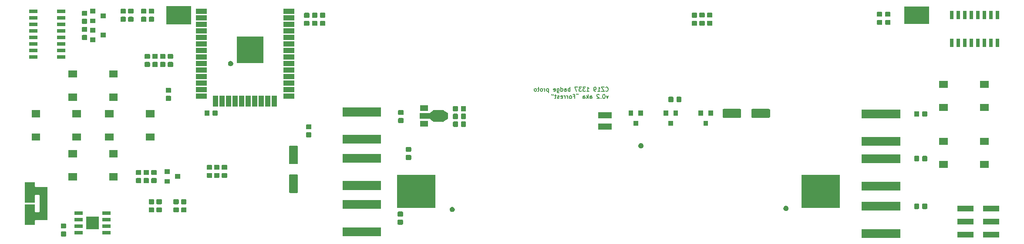
<source format=gbr>
G04 #@! TF.GenerationSoftware,KiCad,Pcbnew,(5.0.1-3-g963ef8bb5)*
G04 #@! TF.CreationDate,2019-06-15T19:14:08+02:00*
G04 #@! TF.ProjectId,cz19-badge,637A31392D62616467652E6B69636164,rev?*
G04 #@! TF.SameCoordinates,Original*
G04 #@! TF.FileFunction,Soldermask,Bot*
G04 #@! TF.FilePolarity,Negative*
%FSLAX46Y46*%
G04 Gerber Fmt 4.6, Leading zero omitted, Abs format (unit mm)*
G04 Created by KiCad (PCBNEW (5.0.1-3-g963ef8bb5)) date 2019 June 15, Saturday 19:14:08*
%MOMM*%
%LPD*%
G01*
G04 APERTURE LIST*
%ADD10C,0.200000*%
%ADD11C,0.100000*%
G04 APERTURE END LIST*
D10*
X167022380Y-86535714D02*
X167060476Y-86573809D01*
X167174761Y-86611904D01*
X167250952Y-86611904D01*
X167365238Y-86573809D01*
X167441428Y-86497619D01*
X167479523Y-86421428D01*
X167517619Y-86269047D01*
X167517619Y-86154761D01*
X167479523Y-86002380D01*
X167441428Y-85926190D01*
X167365238Y-85850000D01*
X167250952Y-85811904D01*
X167174761Y-85811904D01*
X167060476Y-85850000D01*
X167022380Y-85888095D01*
X166755714Y-85811904D02*
X166222380Y-85811904D01*
X166755714Y-86611904D01*
X166222380Y-86611904D01*
X165498571Y-86611904D02*
X165955714Y-86611904D01*
X165727142Y-86611904D02*
X165727142Y-85811904D01*
X165803333Y-85926190D01*
X165879523Y-86002380D01*
X165955714Y-86040476D01*
X165117619Y-86611904D02*
X164965238Y-86611904D01*
X164889047Y-86573809D01*
X164850952Y-86535714D01*
X164774761Y-86421428D01*
X164736666Y-86269047D01*
X164736666Y-85964285D01*
X164774761Y-85888095D01*
X164812857Y-85850000D01*
X164889047Y-85811904D01*
X165041428Y-85811904D01*
X165117619Y-85850000D01*
X165155714Y-85888095D01*
X165193809Y-85964285D01*
X165193809Y-86154761D01*
X165155714Y-86230952D01*
X165117619Y-86269047D01*
X165041428Y-86307142D01*
X164889047Y-86307142D01*
X164812857Y-86269047D01*
X164774761Y-86230952D01*
X164736666Y-86154761D01*
X163365238Y-86611904D02*
X163822380Y-86611904D01*
X163593809Y-86611904D02*
X163593809Y-85811904D01*
X163670000Y-85926190D01*
X163746190Y-86002380D01*
X163822380Y-86040476D01*
X163098571Y-85811904D02*
X162603333Y-85811904D01*
X162870000Y-86116666D01*
X162755714Y-86116666D01*
X162679523Y-86154761D01*
X162641428Y-86192857D01*
X162603333Y-86269047D01*
X162603333Y-86459523D01*
X162641428Y-86535714D01*
X162679523Y-86573809D01*
X162755714Y-86611904D01*
X162984285Y-86611904D01*
X163060476Y-86573809D01*
X163098571Y-86535714D01*
X162336666Y-85811904D02*
X161841428Y-85811904D01*
X162108095Y-86116666D01*
X161993809Y-86116666D01*
X161917619Y-86154761D01*
X161879523Y-86192857D01*
X161841428Y-86269047D01*
X161841428Y-86459523D01*
X161879523Y-86535714D01*
X161917619Y-86573809D01*
X161993809Y-86611904D01*
X162222380Y-86611904D01*
X162298571Y-86573809D01*
X162336666Y-86535714D01*
X161574761Y-85811904D02*
X161041428Y-85811904D01*
X161384285Y-86611904D01*
X160127142Y-86611904D02*
X160127142Y-85811904D01*
X160127142Y-86116666D02*
X160050952Y-86078571D01*
X159898571Y-86078571D01*
X159822380Y-86116666D01*
X159784285Y-86154761D01*
X159746190Y-86230952D01*
X159746190Y-86459523D01*
X159784285Y-86535714D01*
X159822380Y-86573809D01*
X159898571Y-86611904D01*
X160050952Y-86611904D01*
X160127142Y-86573809D01*
X159060476Y-86611904D02*
X159060476Y-86192857D01*
X159098571Y-86116666D01*
X159174761Y-86078571D01*
X159327142Y-86078571D01*
X159403333Y-86116666D01*
X159060476Y-86573809D02*
X159136666Y-86611904D01*
X159327142Y-86611904D01*
X159403333Y-86573809D01*
X159441428Y-86497619D01*
X159441428Y-86421428D01*
X159403333Y-86345238D01*
X159327142Y-86307142D01*
X159136666Y-86307142D01*
X159060476Y-86269047D01*
X158336666Y-86611904D02*
X158336666Y-85811904D01*
X158336666Y-86573809D02*
X158412857Y-86611904D01*
X158565238Y-86611904D01*
X158641428Y-86573809D01*
X158679523Y-86535714D01*
X158717619Y-86459523D01*
X158717619Y-86230952D01*
X158679523Y-86154761D01*
X158641428Y-86116666D01*
X158565238Y-86078571D01*
X158412857Y-86078571D01*
X158336666Y-86116666D01*
X157612857Y-86078571D02*
X157612857Y-86726190D01*
X157650952Y-86802380D01*
X157689047Y-86840476D01*
X157765238Y-86878571D01*
X157879523Y-86878571D01*
X157955714Y-86840476D01*
X157612857Y-86573809D02*
X157689047Y-86611904D01*
X157841428Y-86611904D01*
X157917619Y-86573809D01*
X157955714Y-86535714D01*
X157993809Y-86459523D01*
X157993809Y-86230952D01*
X157955714Y-86154761D01*
X157917619Y-86116666D01*
X157841428Y-86078571D01*
X157689047Y-86078571D01*
X157612857Y-86116666D01*
X156927142Y-86573809D02*
X157003333Y-86611904D01*
X157155714Y-86611904D01*
X157231904Y-86573809D01*
X157270000Y-86497619D01*
X157270000Y-86192857D01*
X157231904Y-86116666D01*
X157155714Y-86078571D01*
X157003333Y-86078571D01*
X156927142Y-86116666D01*
X156889047Y-86192857D01*
X156889047Y-86269047D01*
X157270000Y-86345238D01*
X155936666Y-86078571D02*
X155936666Y-86878571D01*
X155936666Y-86116666D02*
X155860476Y-86078571D01*
X155708095Y-86078571D01*
X155631904Y-86116666D01*
X155593809Y-86154761D01*
X155555714Y-86230952D01*
X155555714Y-86459523D01*
X155593809Y-86535714D01*
X155631904Y-86573809D01*
X155708095Y-86611904D01*
X155860476Y-86611904D01*
X155936666Y-86573809D01*
X155212857Y-86611904D02*
X155212857Y-86078571D01*
X155212857Y-86230952D02*
X155174761Y-86154761D01*
X155136666Y-86116666D01*
X155060476Y-86078571D01*
X154984285Y-86078571D01*
X154603333Y-86611904D02*
X154679523Y-86573809D01*
X154717619Y-86535714D01*
X154755714Y-86459523D01*
X154755714Y-86230952D01*
X154717619Y-86154761D01*
X154679523Y-86116666D01*
X154603333Y-86078571D01*
X154489047Y-86078571D01*
X154412857Y-86116666D01*
X154374761Y-86154761D01*
X154336666Y-86230952D01*
X154336666Y-86459523D01*
X154374761Y-86535714D01*
X154412857Y-86573809D01*
X154489047Y-86611904D01*
X154603333Y-86611904D01*
X154108095Y-86078571D02*
X153803333Y-86078571D01*
X153993809Y-85811904D02*
X153993809Y-86497619D01*
X153955714Y-86573809D01*
X153879523Y-86611904D01*
X153803333Y-86611904D01*
X153422380Y-86611904D02*
X153498571Y-86573809D01*
X153536666Y-86535714D01*
X153574761Y-86459523D01*
X153574761Y-86230952D01*
X153536666Y-86154761D01*
X153498571Y-86116666D01*
X153422380Y-86078571D01*
X153308095Y-86078571D01*
X153231904Y-86116666D01*
X153193809Y-86154761D01*
X153155714Y-86230952D01*
X153155714Y-86459523D01*
X153193809Y-86535714D01*
X153231904Y-86573809D01*
X153308095Y-86611904D01*
X153422380Y-86611904D01*
X167555714Y-87478571D02*
X167365238Y-88011904D01*
X167174761Y-87478571D01*
X166717619Y-87211904D02*
X166641428Y-87211904D01*
X166565238Y-87250000D01*
X166527142Y-87288095D01*
X166489047Y-87364285D01*
X166450952Y-87516666D01*
X166450952Y-87707142D01*
X166489047Y-87859523D01*
X166527142Y-87935714D01*
X166565238Y-87973809D01*
X166641428Y-88011904D01*
X166717619Y-88011904D01*
X166793809Y-87973809D01*
X166831904Y-87935714D01*
X166870000Y-87859523D01*
X166908095Y-87707142D01*
X166908095Y-87516666D01*
X166870000Y-87364285D01*
X166831904Y-87288095D01*
X166793809Y-87250000D01*
X166717619Y-87211904D01*
X166108095Y-87935714D02*
X166070000Y-87973809D01*
X166108095Y-88011904D01*
X166146190Y-87973809D01*
X166108095Y-87935714D01*
X166108095Y-88011904D01*
X165765238Y-87288095D02*
X165727142Y-87250000D01*
X165650952Y-87211904D01*
X165460476Y-87211904D01*
X165384285Y-87250000D01*
X165346190Y-87288095D01*
X165308095Y-87364285D01*
X165308095Y-87440476D01*
X165346190Y-87554761D01*
X165803333Y-88011904D01*
X165308095Y-88011904D01*
X164012857Y-88011904D02*
X164012857Y-87592857D01*
X164050952Y-87516666D01*
X164127142Y-87478571D01*
X164279523Y-87478571D01*
X164355714Y-87516666D01*
X164012857Y-87973809D02*
X164089047Y-88011904D01*
X164279523Y-88011904D01*
X164355714Y-87973809D01*
X164393809Y-87897619D01*
X164393809Y-87821428D01*
X164355714Y-87745238D01*
X164279523Y-87707142D01*
X164089047Y-87707142D01*
X164012857Y-87669047D01*
X163631904Y-88011904D02*
X163631904Y-87211904D01*
X163555714Y-87707142D02*
X163327142Y-88011904D01*
X163327142Y-87478571D02*
X163631904Y-87783333D01*
X162641428Y-88011904D02*
X162641428Y-87592857D01*
X162679523Y-87516666D01*
X162755714Y-87478571D01*
X162908095Y-87478571D01*
X162984285Y-87516666D01*
X162641428Y-87973809D02*
X162717619Y-88011904D01*
X162908095Y-88011904D01*
X162984285Y-87973809D01*
X163022380Y-87897619D01*
X163022380Y-87821428D01*
X162984285Y-87745238D01*
X162908095Y-87707142D01*
X162717619Y-87707142D01*
X162641428Y-87669047D01*
X161422380Y-87250000D02*
X161422380Y-87211904D01*
X161384285Y-87135714D01*
X161346190Y-87097619D01*
X161727142Y-87250000D02*
X161727142Y-87211904D01*
X161689047Y-87135714D01*
X161650952Y-87097619D01*
X160774761Y-87592857D02*
X161041428Y-87592857D01*
X161041428Y-88011904D02*
X161041428Y-87211904D01*
X160660476Y-87211904D01*
X160241428Y-88011904D02*
X160317619Y-87973809D01*
X160355714Y-87935714D01*
X160393809Y-87859523D01*
X160393809Y-87630952D01*
X160355714Y-87554761D01*
X160317619Y-87516666D01*
X160241428Y-87478571D01*
X160127142Y-87478571D01*
X160050952Y-87516666D01*
X160012857Y-87554761D01*
X159974761Y-87630952D01*
X159974761Y-87859523D01*
X160012857Y-87935714D01*
X160050952Y-87973809D01*
X160127142Y-88011904D01*
X160241428Y-88011904D01*
X159631904Y-88011904D02*
X159631904Y-87478571D01*
X159631904Y-87630952D02*
X159593809Y-87554761D01*
X159555714Y-87516666D01*
X159479523Y-87478571D01*
X159403333Y-87478571D01*
X159136666Y-88011904D02*
X159136666Y-87478571D01*
X159136666Y-87630952D02*
X159098571Y-87554761D01*
X159060476Y-87516666D01*
X158984285Y-87478571D01*
X158908095Y-87478571D01*
X158336666Y-87973809D02*
X158412857Y-88011904D01*
X158565238Y-88011904D01*
X158641428Y-87973809D01*
X158679523Y-87897619D01*
X158679523Y-87592857D01*
X158641428Y-87516666D01*
X158565238Y-87478571D01*
X158412857Y-87478571D01*
X158336666Y-87516666D01*
X158298571Y-87592857D01*
X158298571Y-87669047D01*
X158679523Y-87745238D01*
X157993809Y-87973809D02*
X157917619Y-88011904D01*
X157765238Y-88011904D01*
X157689047Y-87973809D01*
X157650952Y-87897619D01*
X157650952Y-87859523D01*
X157689047Y-87783333D01*
X157765238Y-87745238D01*
X157879523Y-87745238D01*
X157955714Y-87707142D01*
X157993809Y-87630952D01*
X157993809Y-87592857D01*
X157955714Y-87516666D01*
X157879523Y-87478571D01*
X157765238Y-87478571D01*
X157689047Y-87516666D01*
X157422380Y-87478571D02*
X157117619Y-87478571D01*
X157308095Y-87211904D02*
X157308095Y-87897619D01*
X157270000Y-87973809D01*
X157193809Y-88011904D01*
X157117619Y-88011904D01*
X156850952Y-87211904D02*
X156850952Y-87250000D01*
X156889047Y-87326190D01*
X156927142Y-87364285D01*
X156546190Y-87211904D02*
X156546190Y-87250000D01*
X156584285Y-87326190D01*
X156622380Y-87364285D01*
D11*
G36*
X224348500Y-115158194D02*
X216851500Y-115158194D01*
X216851500Y-113456194D01*
X224348500Y-113456194D01*
X224348500Y-115158194D01*
X224348500Y-115158194D01*
G37*
G36*
X243571000Y-115091000D02*
X240469000Y-115091000D01*
X240469000Y-113989000D01*
X243571000Y-113989000D01*
X243571000Y-115091000D01*
X243571000Y-115091000D01*
G37*
G36*
X238531000Y-115091000D02*
X235429000Y-115091000D01*
X235429000Y-113989000D01*
X238531000Y-113989000D01*
X238531000Y-115091000D01*
X238531000Y-115091000D01*
G37*
G36*
X61979591Y-113903085D02*
X62013569Y-113913393D01*
X62044887Y-113930133D01*
X62072339Y-113952661D01*
X62094867Y-113980113D01*
X62111607Y-114011431D01*
X62121915Y-114045409D01*
X62126000Y-114086890D01*
X62126000Y-114688110D01*
X62121915Y-114729591D01*
X62111607Y-114763569D01*
X62094867Y-114794887D01*
X62072339Y-114822339D01*
X62044887Y-114844867D01*
X62013569Y-114861607D01*
X61979591Y-114871915D01*
X61938110Y-114876000D01*
X61261890Y-114876000D01*
X61220409Y-114871915D01*
X61186431Y-114861607D01*
X61155113Y-114844867D01*
X61127661Y-114822339D01*
X61105133Y-114794887D01*
X61088393Y-114763569D01*
X61078085Y-114729591D01*
X61074000Y-114688110D01*
X61074000Y-114086890D01*
X61078085Y-114045409D01*
X61088393Y-114011431D01*
X61105133Y-113980113D01*
X61127661Y-113952661D01*
X61155113Y-113930133D01*
X61186431Y-113913393D01*
X61220409Y-113903085D01*
X61261890Y-113899000D01*
X61938110Y-113899000D01*
X61979591Y-113903085D01*
X61979591Y-113903085D01*
G37*
G36*
X123348500Y-114805300D02*
X115851500Y-114805300D01*
X115851500Y-113103300D01*
X123348500Y-113103300D01*
X123348500Y-114805300D01*
X123348500Y-114805300D01*
G37*
G36*
X70776000Y-114506000D02*
X69124000Y-114506000D01*
X69124000Y-113804000D01*
X70776000Y-113804000D01*
X70776000Y-114506000D01*
X70776000Y-114506000D01*
G37*
G36*
X65376000Y-114506000D02*
X63724000Y-114506000D01*
X63724000Y-113804000D01*
X65376000Y-113804000D01*
X65376000Y-114506000D01*
X65376000Y-114506000D01*
G37*
G36*
X68476000Y-113476000D02*
X66024000Y-113476000D01*
X66024000Y-111024000D01*
X68476000Y-111024000D01*
X68476000Y-113476000D01*
X68476000Y-113476000D01*
G37*
G36*
X61979591Y-112328085D02*
X62013569Y-112338393D01*
X62044887Y-112355133D01*
X62072339Y-112377661D01*
X62094867Y-112405113D01*
X62111607Y-112436431D01*
X62121915Y-112470409D01*
X62126000Y-112511890D01*
X62126000Y-113113110D01*
X62121915Y-113154591D01*
X62111607Y-113188569D01*
X62094867Y-113219887D01*
X62072339Y-113247339D01*
X62044887Y-113269867D01*
X62013569Y-113286607D01*
X61979591Y-113296915D01*
X61938110Y-113301000D01*
X61261890Y-113301000D01*
X61220409Y-113296915D01*
X61186431Y-113286607D01*
X61155113Y-113269867D01*
X61127661Y-113247339D01*
X61105133Y-113219887D01*
X61088393Y-113188569D01*
X61078085Y-113154591D01*
X61074000Y-113113110D01*
X61074000Y-112511890D01*
X61078085Y-112470409D01*
X61088393Y-112436431D01*
X61105133Y-112405113D01*
X61127661Y-112377661D01*
X61155113Y-112355133D01*
X61186431Y-112338393D01*
X61220409Y-112328085D01*
X61261890Y-112324000D01*
X61938110Y-112324000D01*
X61979591Y-112328085D01*
X61979591Y-112328085D01*
G37*
G36*
X70776000Y-113236000D02*
X69124000Y-113236000D01*
X69124000Y-112534000D01*
X70776000Y-112534000D01*
X70776000Y-113236000D01*
X70776000Y-113236000D01*
G37*
G36*
X65376000Y-113236000D02*
X63724000Y-113236000D01*
X63724000Y-112534000D01*
X65376000Y-112534000D01*
X65376000Y-113236000D01*
X65376000Y-113236000D01*
G37*
G36*
X56051000Y-105084000D02*
X56053402Y-105108386D01*
X56060515Y-105131835D01*
X56072066Y-105153446D01*
X56087612Y-105172388D01*
X56106554Y-105187934D01*
X56128165Y-105199485D01*
X56151614Y-105206598D01*
X56176000Y-105209000D01*
X58451000Y-105209000D01*
X58451000Y-111711000D01*
X56176000Y-111711000D01*
X56151614Y-111713402D01*
X56128165Y-111720515D01*
X56106554Y-111732066D01*
X56087612Y-111747612D01*
X56072066Y-111766554D01*
X56060515Y-111788165D01*
X56053402Y-111811614D01*
X56051000Y-111836000D01*
X56051000Y-112608500D01*
X54049000Y-112608500D01*
X54049000Y-108661500D01*
X56051000Y-108661500D01*
X56051000Y-110009000D01*
X56053402Y-110033386D01*
X56060515Y-110056835D01*
X56072066Y-110078446D01*
X56087612Y-110097388D01*
X56106554Y-110112934D01*
X56128165Y-110124485D01*
X56151614Y-110131598D01*
X56176000Y-110134000D01*
X56844000Y-110134000D01*
X56868386Y-110131598D01*
X56891835Y-110124485D01*
X56913446Y-110112934D01*
X56932388Y-110097388D01*
X56947934Y-110078446D01*
X56959485Y-110056835D01*
X56966598Y-110033386D01*
X56969000Y-110009000D01*
X56969000Y-106911000D01*
X56966598Y-106886614D01*
X56959485Y-106863165D01*
X56947934Y-106841554D01*
X56932388Y-106822612D01*
X56913446Y-106807066D01*
X56891835Y-106795515D01*
X56868386Y-106788402D01*
X56844000Y-106786000D01*
X56176000Y-106786000D01*
X56151614Y-106788402D01*
X56128165Y-106795515D01*
X56106554Y-106807066D01*
X56087612Y-106822612D01*
X56072066Y-106841554D01*
X56060515Y-106863165D01*
X56053402Y-106886614D01*
X56051000Y-106911000D01*
X56051000Y-108258500D01*
X54049000Y-108258500D01*
X54049000Y-104311500D01*
X56051000Y-104311500D01*
X56051000Y-105084000D01*
X56051000Y-105084000D01*
G37*
G36*
X127479591Y-111603085D02*
X127513569Y-111613393D01*
X127544887Y-111630133D01*
X127572339Y-111652661D01*
X127594867Y-111680113D01*
X127611607Y-111711431D01*
X127621915Y-111745409D01*
X127626000Y-111786890D01*
X127626000Y-112388110D01*
X127621915Y-112429591D01*
X127611607Y-112463569D01*
X127594867Y-112494887D01*
X127572339Y-112522339D01*
X127544887Y-112544867D01*
X127513569Y-112561607D01*
X127479591Y-112571915D01*
X127438110Y-112576000D01*
X126761890Y-112576000D01*
X126720409Y-112571915D01*
X126686431Y-112561607D01*
X126655113Y-112544867D01*
X126627661Y-112522339D01*
X126605133Y-112494887D01*
X126588393Y-112463569D01*
X126578085Y-112429591D01*
X126574000Y-112388110D01*
X126574000Y-111786890D01*
X126578085Y-111745409D01*
X126588393Y-111711431D01*
X126605133Y-111680113D01*
X126627661Y-111652661D01*
X126655113Y-111630133D01*
X126686431Y-111613393D01*
X126720409Y-111603085D01*
X126761890Y-111599000D01*
X127438110Y-111599000D01*
X127479591Y-111603085D01*
X127479591Y-111603085D01*
G37*
G36*
X243571000Y-112551000D02*
X240469000Y-112551000D01*
X240469000Y-111449000D01*
X243571000Y-111449000D01*
X243571000Y-112551000D01*
X243571000Y-112551000D01*
G37*
G36*
X238531000Y-112551000D02*
X235429000Y-112551000D01*
X235429000Y-111449000D01*
X238531000Y-111449000D01*
X238531000Y-112551000D01*
X238531000Y-112551000D01*
G37*
G36*
X70776000Y-111966000D02*
X69124000Y-111966000D01*
X69124000Y-111264000D01*
X70776000Y-111264000D01*
X70776000Y-111966000D01*
X70776000Y-111966000D01*
G37*
G36*
X65376000Y-111966000D02*
X63724000Y-111966000D01*
X63724000Y-111264000D01*
X65376000Y-111264000D01*
X65376000Y-111966000D01*
X65376000Y-111966000D01*
G37*
G36*
X127479591Y-110028085D02*
X127513569Y-110038393D01*
X127544887Y-110055133D01*
X127572339Y-110077661D01*
X127594867Y-110105113D01*
X127611607Y-110136431D01*
X127621915Y-110170409D01*
X127626000Y-110211890D01*
X127626000Y-110813110D01*
X127621915Y-110854591D01*
X127611607Y-110888569D01*
X127594867Y-110919887D01*
X127572339Y-110947339D01*
X127544887Y-110969867D01*
X127513569Y-110986607D01*
X127479591Y-110996915D01*
X127438110Y-111001000D01*
X126761890Y-111001000D01*
X126720409Y-110996915D01*
X126686431Y-110986607D01*
X126655113Y-110969867D01*
X126627661Y-110947339D01*
X126605133Y-110919887D01*
X126588393Y-110888569D01*
X126578085Y-110854591D01*
X126574000Y-110813110D01*
X126574000Y-110211890D01*
X126578085Y-110170409D01*
X126588393Y-110136431D01*
X126605133Y-110105113D01*
X126627661Y-110077661D01*
X126655113Y-110055133D01*
X126686431Y-110038393D01*
X126720409Y-110028085D01*
X126761890Y-110024000D01*
X127438110Y-110024000D01*
X127479591Y-110028085D01*
X127479591Y-110028085D01*
G37*
G36*
X65376000Y-110696000D02*
X63724000Y-110696000D01*
X63724000Y-109994000D01*
X65376000Y-109994000D01*
X65376000Y-110696000D01*
X65376000Y-110696000D01*
G37*
G36*
X70776000Y-110696000D02*
X69124000Y-110696000D01*
X69124000Y-109994000D01*
X70776000Y-109994000D01*
X70776000Y-110696000D01*
X70776000Y-110696000D01*
G37*
G36*
X79079591Y-109203085D02*
X79113569Y-109213393D01*
X79144887Y-109230133D01*
X79172339Y-109252661D01*
X79194867Y-109280113D01*
X79211607Y-109311431D01*
X79221915Y-109345409D01*
X79226000Y-109386890D01*
X79226000Y-109988110D01*
X79221915Y-110029591D01*
X79211607Y-110063569D01*
X79194867Y-110094887D01*
X79172339Y-110122339D01*
X79144887Y-110144867D01*
X79113569Y-110161607D01*
X79079591Y-110171915D01*
X79038110Y-110176000D01*
X78361890Y-110176000D01*
X78320409Y-110171915D01*
X78286431Y-110161607D01*
X78255113Y-110144867D01*
X78227661Y-110122339D01*
X78205133Y-110094887D01*
X78188393Y-110063569D01*
X78178085Y-110029591D01*
X78174000Y-109988110D01*
X78174000Y-109386890D01*
X78178085Y-109345409D01*
X78188393Y-109311431D01*
X78205133Y-109280113D01*
X78227661Y-109252661D01*
X78255113Y-109230133D01*
X78286431Y-109213393D01*
X78320409Y-109203085D01*
X78361890Y-109199000D01*
X79038110Y-109199000D01*
X79079591Y-109203085D01*
X79079591Y-109203085D01*
G37*
G36*
X80579591Y-109203085D02*
X80613569Y-109213393D01*
X80644887Y-109230133D01*
X80672339Y-109252661D01*
X80694867Y-109280113D01*
X80711607Y-109311431D01*
X80721915Y-109345409D01*
X80726000Y-109386890D01*
X80726000Y-109988110D01*
X80721915Y-110029591D01*
X80711607Y-110063569D01*
X80694867Y-110094887D01*
X80672339Y-110122339D01*
X80644887Y-110144867D01*
X80613569Y-110161607D01*
X80579591Y-110171915D01*
X80538110Y-110176000D01*
X79861890Y-110176000D01*
X79820409Y-110171915D01*
X79786431Y-110161607D01*
X79755113Y-110144867D01*
X79727661Y-110122339D01*
X79705133Y-110094887D01*
X79688393Y-110063569D01*
X79678085Y-110029591D01*
X79674000Y-109988110D01*
X79674000Y-109386890D01*
X79678085Y-109345409D01*
X79688393Y-109311431D01*
X79705133Y-109280113D01*
X79727661Y-109252661D01*
X79755113Y-109230133D01*
X79786431Y-109213393D01*
X79820409Y-109203085D01*
X79861890Y-109199000D01*
X80538110Y-109199000D01*
X80579591Y-109203085D01*
X80579591Y-109203085D01*
G37*
G36*
X83879591Y-109203085D02*
X83913569Y-109213393D01*
X83944887Y-109230133D01*
X83972339Y-109252661D01*
X83994867Y-109280113D01*
X84011607Y-109311431D01*
X84021915Y-109345409D01*
X84026000Y-109386890D01*
X84026000Y-109988110D01*
X84021915Y-110029591D01*
X84011607Y-110063569D01*
X83994867Y-110094887D01*
X83972339Y-110122339D01*
X83944887Y-110144867D01*
X83913569Y-110161607D01*
X83879591Y-110171915D01*
X83838110Y-110176000D01*
X83161890Y-110176000D01*
X83120409Y-110171915D01*
X83086431Y-110161607D01*
X83055113Y-110144867D01*
X83027661Y-110122339D01*
X83005133Y-110094887D01*
X82988393Y-110063569D01*
X82978085Y-110029591D01*
X82974000Y-109988110D01*
X82974000Y-109386890D01*
X82978085Y-109345409D01*
X82988393Y-109311431D01*
X83005133Y-109280113D01*
X83027661Y-109252661D01*
X83055113Y-109230133D01*
X83086431Y-109213393D01*
X83120409Y-109203085D01*
X83161890Y-109199000D01*
X83838110Y-109199000D01*
X83879591Y-109203085D01*
X83879591Y-109203085D01*
G37*
G36*
X85379591Y-109203085D02*
X85413569Y-109213393D01*
X85444887Y-109230133D01*
X85472339Y-109252661D01*
X85494867Y-109280113D01*
X85511607Y-109311431D01*
X85521915Y-109345409D01*
X85526000Y-109386890D01*
X85526000Y-109988110D01*
X85521915Y-110029591D01*
X85511607Y-110063569D01*
X85494867Y-110094887D01*
X85472339Y-110122339D01*
X85444887Y-110144867D01*
X85413569Y-110161607D01*
X85379591Y-110171915D01*
X85338110Y-110176000D01*
X84661890Y-110176000D01*
X84620409Y-110171915D01*
X84586431Y-110161607D01*
X84555113Y-110144867D01*
X84527661Y-110122339D01*
X84505133Y-110094887D01*
X84488393Y-110063569D01*
X84478085Y-110029591D01*
X84474000Y-109988110D01*
X84474000Y-109386890D01*
X84478085Y-109345409D01*
X84488393Y-109311431D01*
X84505133Y-109280113D01*
X84527661Y-109252661D01*
X84555113Y-109230133D01*
X84586431Y-109213393D01*
X84620409Y-109203085D01*
X84661890Y-109199000D01*
X85338110Y-109199000D01*
X85379591Y-109203085D01*
X85379591Y-109203085D01*
G37*
G36*
X137345845Y-109119215D02*
X137436839Y-109156906D01*
X137505950Y-109203085D01*
X137518734Y-109211627D01*
X137588373Y-109281266D01*
X137643095Y-109363163D01*
X137676268Y-109443250D01*
X137680785Y-109454155D01*
X137699024Y-109545845D01*
X137700000Y-109550755D01*
X137700000Y-109649245D01*
X137680785Y-109745845D01*
X137663169Y-109788375D01*
X137643094Y-109836839D01*
X137638914Y-109843095D01*
X137588373Y-109918734D01*
X137518734Y-109988373D01*
X137518731Y-109988375D01*
X137436839Y-110043094D01*
X137436838Y-110043095D01*
X137436837Y-110043095D01*
X137378043Y-110067448D01*
X137345845Y-110080785D01*
X137249246Y-110100000D01*
X137150754Y-110100000D01*
X137054155Y-110080785D01*
X137021957Y-110067448D01*
X136963163Y-110043095D01*
X136963162Y-110043095D01*
X136963161Y-110043094D01*
X136881269Y-109988375D01*
X136881266Y-109988373D01*
X136811627Y-109918734D01*
X136761086Y-109843095D01*
X136756906Y-109836839D01*
X136736832Y-109788375D01*
X136719215Y-109745845D01*
X136700000Y-109649245D01*
X136700000Y-109550755D01*
X136700977Y-109545845D01*
X136719215Y-109454155D01*
X136723732Y-109443250D01*
X136756905Y-109363163D01*
X136811627Y-109281266D01*
X136881266Y-109211627D01*
X136894050Y-109203085D01*
X136963161Y-109156906D01*
X137054155Y-109119215D01*
X137150754Y-109100000D01*
X137249246Y-109100000D01*
X137345845Y-109119215D01*
X137345845Y-109119215D01*
G37*
G36*
X238531000Y-110011000D02*
X235429000Y-110011000D01*
X235429000Y-108909000D01*
X238531000Y-108909000D01*
X238531000Y-110011000D01*
X238531000Y-110011000D01*
G37*
G36*
X243571000Y-110011000D02*
X240469000Y-110011000D01*
X240469000Y-108909000D01*
X243571000Y-108909000D01*
X243571000Y-110011000D01*
X243571000Y-110011000D01*
G37*
G36*
X202245845Y-108919215D02*
X202336839Y-108956906D01*
X202417640Y-109010896D01*
X202418734Y-109011627D01*
X202488373Y-109081266D01*
X202488375Y-109081269D01*
X202538915Y-109156906D01*
X202543095Y-109163163D01*
X202563169Y-109211627D01*
X202580785Y-109254155D01*
X202600000Y-109350754D01*
X202600000Y-109449246D01*
X202590925Y-109494867D01*
X202580785Y-109545845D01*
X202543095Y-109636837D01*
X202488373Y-109718734D01*
X202418734Y-109788373D01*
X202418731Y-109788375D01*
X202336839Y-109843094D01*
X202245845Y-109880785D01*
X202149246Y-109900000D01*
X202050754Y-109900000D01*
X201954155Y-109880785D01*
X201863161Y-109843094D01*
X201781269Y-109788375D01*
X201781266Y-109788373D01*
X201711627Y-109718734D01*
X201656905Y-109636837D01*
X201619215Y-109545845D01*
X201609075Y-109494867D01*
X201600000Y-109449246D01*
X201600000Y-109350754D01*
X201619215Y-109254155D01*
X201636831Y-109211627D01*
X201656905Y-109163163D01*
X201661086Y-109156906D01*
X201711625Y-109081269D01*
X201711627Y-109081266D01*
X201781266Y-109011627D01*
X201782360Y-109010896D01*
X201863161Y-108956906D01*
X201954155Y-108919215D01*
X202050754Y-108900000D01*
X202149246Y-108900000D01*
X202245845Y-108919215D01*
X202245845Y-108919215D01*
G37*
G36*
X224348500Y-109849594D02*
X216851500Y-109849594D01*
X216851500Y-108147594D01*
X224348500Y-108147594D01*
X224348500Y-109849594D01*
X224348500Y-109849594D01*
G37*
G36*
X227854591Y-108478085D02*
X227888569Y-108488393D01*
X227919887Y-108505133D01*
X227947339Y-108527661D01*
X227969867Y-108555113D01*
X227986607Y-108586431D01*
X227996915Y-108620409D01*
X228001000Y-108661890D01*
X228001000Y-109338110D01*
X227996915Y-109379591D01*
X227986607Y-109413569D01*
X227969867Y-109444887D01*
X227947339Y-109472339D01*
X227919887Y-109494867D01*
X227888569Y-109511607D01*
X227854591Y-109521915D01*
X227813110Y-109526000D01*
X227211890Y-109526000D01*
X227170409Y-109521915D01*
X227136431Y-109511607D01*
X227105113Y-109494867D01*
X227077661Y-109472339D01*
X227055133Y-109444887D01*
X227038393Y-109413569D01*
X227028085Y-109379591D01*
X227024000Y-109338110D01*
X227024000Y-108661890D01*
X227028085Y-108620409D01*
X227038393Y-108586431D01*
X227055133Y-108555113D01*
X227077661Y-108527661D01*
X227105113Y-108505133D01*
X227136431Y-108488393D01*
X227170409Y-108478085D01*
X227211890Y-108474000D01*
X227813110Y-108474000D01*
X227854591Y-108478085D01*
X227854591Y-108478085D01*
G37*
G36*
X229429591Y-108478085D02*
X229463569Y-108488393D01*
X229494887Y-108505133D01*
X229522339Y-108527661D01*
X229544867Y-108555113D01*
X229561607Y-108586431D01*
X229571915Y-108620409D01*
X229576000Y-108661890D01*
X229576000Y-109338110D01*
X229571915Y-109379591D01*
X229561607Y-109413569D01*
X229544867Y-109444887D01*
X229522339Y-109472339D01*
X229494887Y-109494867D01*
X229463569Y-109511607D01*
X229429591Y-109521915D01*
X229388110Y-109526000D01*
X228786890Y-109526000D01*
X228745409Y-109521915D01*
X228711431Y-109511607D01*
X228680113Y-109494867D01*
X228652661Y-109472339D01*
X228630133Y-109444887D01*
X228613393Y-109413569D01*
X228603085Y-109379591D01*
X228599000Y-109338110D01*
X228599000Y-108661890D01*
X228603085Y-108620409D01*
X228613393Y-108586431D01*
X228630133Y-108555113D01*
X228652661Y-108527661D01*
X228680113Y-108505133D01*
X228711431Y-108488393D01*
X228745409Y-108478085D01*
X228786890Y-108474000D01*
X229388110Y-108474000D01*
X229429591Y-108478085D01*
X229429591Y-108478085D01*
G37*
G36*
X123348500Y-109496700D02*
X115851500Y-109496700D01*
X115851500Y-107794700D01*
X123348500Y-107794700D01*
X123348500Y-109496700D01*
X123348500Y-109496700D01*
G37*
G36*
X212601000Y-109346000D02*
X205159000Y-109346000D01*
X205159000Y-102894000D01*
X212601000Y-102894000D01*
X212601000Y-109346000D01*
X212601000Y-109346000D01*
G37*
G36*
X133941000Y-109346000D02*
X126499000Y-109346000D01*
X126499000Y-102894000D01*
X133941000Y-102894000D01*
X133941000Y-109346000D01*
X133941000Y-109346000D01*
G37*
G36*
X80579591Y-107628085D02*
X80613569Y-107638393D01*
X80644887Y-107655133D01*
X80672339Y-107677661D01*
X80694867Y-107705113D01*
X80711607Y-107736431D01*
X80721915Y-107770409D01*
X80726000Y-107811890D01*
X80726000Y-108413110D01*
X80721915Y-108454591D01*
X80711607Y-108488569D01*
X80694867Y-108519887D01*
X80672339Y-108547339D01*
X80644887Y-108569867D01*
X80613569Y-108586607D01*
X80579591Y-108596915D01*
X80538110Y-108601000D01*
X79861890Y-108601000D01*
X79820409Y-108596915D01*
X79786431Y-108586607D01*
X79755113Y-108569867D01*
X79727661Y-108547339D01*
X79705133Y-108519887D01*
X79688393Y-108488569D01*
X79678085Y-108454591D01*
X79674000Y-108413110D01*
X79674000Y-107811890D01*
X79678085Y-107770409D01*
X79688393Y-107736431D01*
X79705133Y-107705113D01*
X79727661Y-107677661D01*
X79755113Y-107655133D01*
X79786431Y-107638393D01*
X79820409Y-107628085D01*
X79861890Y-107624000D01*
X80538110Y-107624000D01*
X80579591Y-107628085D01*
X80579591Y-107628085D01*
G37*
G36*
X83879591Y-107628085D02*
X83913569Y-107638393D01*
X83944887Y-107655133D01*
X83972339Y-107677661D01*
X83994867Y-107705113D01*
X84011607Y-107736431D01*
X84021915Y-107770409D01*
X84026000Y-107811890D01*
X84026000Y-108413110D01*
X84021915Y-108454591D01*
X84011607Y-108488569D01*
X83994867Y-108519887D01*
X83972339Y-108547339D01*
X83944887Y-108569867D01*
X83913569Y-108586607D01*
X83879591Y-108596915D01*
X83838110Y-108601000D01*
X83161890Y-108601000D01*
X83120409Y-108596915D01*
X83086431Y-108586607D01*
X83055113Y-108569867D01*
X83027661Y-108547339D01*
X83005133Y-108519887D01*
X82988393Y-108488569D01*
X82978085Y-108454591D01*
X82974000Y-108413110D01*
X82974000Y-107811890D01*
X82978085Y-107770409D01*
X82988393Y-107736431D01*
X83005133Y-107705113D01*
X83027661Y-107677661D01*
X83055113Y-107655133D01*
X83086431Y-107638393D01*
X83120409Y-107628085D01*
X83161890Y-107624000D01*
X83838110Y-107624000D01*
X83879591Y-107628085D01*
X83879591Y-107628085D01*
G37*
G36*
X85379591Y-107628085D02*
X85413569Y-107638393D01*
X85444887Y-107655133D01*
X85472339Y-107677661D01*
X85494867Y-107705113D01*
X85511607Y-107736431D01*
X85521915Y-107770409D01*
X85526000Y-107811890D01*
X85526000Y-108413110D01*
X85521915Y-108454591D01*
X85511607Y-108488569D01*
X85494867Y-108519887D01*
X85472339Y-108547339D01*
X85444887Y-108569867D01*
X85413569Y-108586607D01*
X85379591Y-108596915D01*
X85338110Y-108601000D01*
X84661890Y-108601000D01*
X84620409Y-108596915D01*
X84586431Y-108586607D01*
X84555113Y-108569867D01*
X84527661Y-108547339D01*
X84505133Y-108519887D01*
X84488393Y-108488569D01*
X84478085Y-108454591D01*
X84474000Y-108413110D01*
X84474000Y-107811890D01*
X84478085Y-107770409D01*
X84488393Y-107736431D01*
X84505133Y-107705113D01*
X84527661Y-107677661D01*
X84555113Y-107655133D01*
X84586431Y-107638393D01*
X84620409Y-107628085D01*
X84661890Y-107624000D01*
X85338110Y-107624000D01*
X85379591Y-107628085D01*
X85379591Y-107628085D01*
G37*
G36*
X79079591Y-107628085D02*
X79113569Y-107638393D01*
X79144887Y-107655133D01*
X79172339Y-107677661D01*
X79194867Y-107705113D01*
X79211607Y-107736431D01*
X79221915Y-107770409D01*
X79226000Y-107811890D01*
X79226000Y-108413110D01*
X79221915Y-108454591D01*
X79211607Y-108488569D01*
X79194867Y-108519887D01*
X79172339Y-108547339D01*
X79144887Y-108569867D01*
X79113569Y-108586607D01*
X79079591Y-108596915D01*
X79038110Y-108601000D01*
X78361890Y-108601000D01*
X78320409Y-108596915D01*
X78286431Y-108586607D01*
X78255113Y-108569867D01*
X78227661Y-108547339D01*
X78205133Y-108519887D01*
X78188393Y-108488569D01*
X78178085Y-108454591D01*
X78174000Y-108413110D01*
X78174000Y-107811890D01*
X78178085Y-107770409D01*
X78188393Y-107736431D01*
X78205133Y-107705113D01*
X78227661Y-107677661D01*
X78255113Y-107655133D01*
X78286431Y-107638393D01*
X78320409Y-107628085D01*
X78361890Y-107624000D01*
X79038110Y-107624000D01*
X79079591Y-107628085D01*
X79079591Y-107628085D01*
G37*
G36*
X107055996Y-102803051D02*
X107089653Y-102813261D01*
X107120667Y-102829838D01*
X107147852Y-102852148D01*
X107170162Y-102879333D01*
X107186739Y-102910347D01*
X107196949Y-102944004D01*
X107201000Y-102985138D01*
X107201000Y-106214862D01*
X107196949Y-106255996D01*
X107186739Y-106289653D01*
X107170162Y-106320667D01*
X107147852Y-106347852D01*
X107120667Y-106370162D01*
X107089653Y-106386739D01*
X107055996Y-106396949D01*
X107014862Y-106401000D01*
X105685138Y-106401000D01*
X105644004Y-106396949D01*
X105610347Y-106386739D01*
X105579333Y-106370162D01*
X105552148Y-106347852D01*
X105529838Y-106320667D01*
X105513261Y-106289653D01*
X105503051Y-106255996D01*
X105499000Y-106214862D01*
X105499000Y-102985138D01*
X105503051Y-102944004D01*
X105513261Y-102910347D01*
X105529838Y-102879333D01*
X105552148Y-102852148D01*
X105579333Y-102829838D01*
X105610347Y-102813261D01*
X105644004Y-102803051D01*
X105685138Y-102799000D01*
X107014862Y-102799000D01*
X107055996Y-102803051D01*
X107055996Y-102803051D01*
G37*
G36*
X224348500Y-105905300D02*
X216851500Y-105905300D01*
X216851500Y-104203300D01*
X224348500Y-104203300D01*
X224348500Y-105905300D01*
X224348500Y-105905300D01*
G37*
G36*
X123348500Y-105805300D02*
X115851500Y-105805300D01*
X115851500Y-104103300D01*
X123348500Y-104103300D01*
X123348500Y-105805300D01*
X123348500Y-105805300D01*
G37*
G36*
X82301000Y-104601000D02*
X81299000Y-104601000D01*
X81299000Y-103699000D01*
X82301000Y-103699000D01*
X82301000Y-104601000D01*
X82301000Y-104601000D01*
G37*
G36*
X79579591Y-103503085D02*
X79613569Y-103513393D01*
X79644887Y-103530133D01*
X79672339Y-103552661D01*
X79694867Y-103580113D01*
X79711607Y-103611431D01*
X79721915Y-103645409D01*
X79726000Y-103686890D01*
X79726000Y-104288110D01*
X79721915Y-104329591D01*
X79711607Y-104363569D01*
X79694867Y-104394887D01*
X79672339Y-104422339D01*
X79644887Y-104444867D01*
X79613569Y-104461607D01*
X79579591Y-104471915D01*
X79538110Y-104476000D01*
X78861890Y-104476000D01*
X78820409Y-104471915D01*
X78786431Y-104461607D01*
X78755113Y-104444867D01*
X78727661Y-104422339D01*
X78705133Y-104394887D01*
X78688393Y-104363569D01*
X78678085Y-104329591D01*
X78674000Y-104288110D01*
X78674000Y-103686890D01*
X78678085Y-103645409D01*
X78688393Y-103611431D01*
X78705133Y-103580113D01*
X78727661Y-103552661D01*
X78755113Y-103530133D01*
X78786431Y-103513393D01*
X78820409Y-103503085D01*
X78861890Y-103499000D01*
X79538110Y-103499000D01*
X79579591Y-103503085D01*
X79579591Y-103503085D01*
G37*
G36*
X78079591Y-103503085D02*
X78113569Y-103513393D01*
X78144887Y-103530133D01*
X78172339Y-103552661D01*
X78194867Y-103580113D01*
X78211607Y-103611431D01*
X78221915Y-103645409D01*
X78226000Y-103686890D01*
X78226000Y-104288110D01*
X78221915Y-104329591D01*
X78211607Y-104363569D01*
X78194867Y-104394887D01*
X78172339Y-104422339D01*
X78144887Y-104444867D01*
X78113569Y-104461607D01*
X78079591Y-104471915D01*
X78038110Y-104476000D01*
X77361890Y-104476000D01*
X77320409Y-104471915D01*
X77286431Y-104461607D01*
X77255113Y-104444867D01*
X77227661Y-104422339D01*
X77205133Y-104394887D01*
X77188393Y-104363569D01*
X77178085Y-104329591D01*
X77174000Y-104288110D01*
X77174000Y-103686890D01*
X77178085Y-103645409D01*
X77188393Y-103611431D01*
X77205133Y-103580113D01*
X77227661Y-103552661D01*
X77255113Y-103530133D01*
X77286431Y-103513393D01*
X77320409Y-103503085D01*
X77361890Y-103499000D01*
X78038110Y-103499000D01*
X78079591Y-103503085D01*
X78079591Y-103503085D01*
G37*
G36*
X76579591Y-103503085D02*
X76613569Y-103513393D01*
X76644887Y-103530133D01*
X76672339Y-103552661D01*
X76694867Y-103580113D01*
X76711607Y-103611431D01*
X76721915Y-103645409D01*
X76726000Y-103686890D01*
X76726000Y-104288110D01*
X76721915Y-104329591D01*
X76711607Y-104363569D01*
X76694867Y-104394887D01*
X76672339Y-104422339D01*
X76644887Y-104444867D01*
X76613569Y-104461607D01*
X76579591Y-104471915D01*
X76538110Y-104476000D01*
X75861890Y-104476000D01*
X75820409Y-104471915D01*
X75786431Y-104461607D01*
X75755113Y-104444867D01*
X75727661Y-104422339D01*
X75705133Y-104394887D01*
X75688393Y-104363569D01*
X75678085Y-104329591D01*
X75674000Y-104288110D01*
X75674000Y-103686890D01*
X75678085Y-103645409D01*
X75688393Y-103611431D01*
X75705133Y-103580113D01*
X75727661Y-103552661D01*
X75755113Y-103530133D01*
X75786431Y-103513393D01*
X75820409Y-103503085D01*
X75861890Y-103499000D01*
X76538110Y-103499000D01*
X76579591Y-103503085D01*
X76579591Y-103503085D01*
G37*
G36*
X72151000Y-103951000D02*
X70499000Y-103951000D01*
X70499000Y-102549000D01*
X72151000Y-102549000D01*
X72151000Y-103951000D01*
X72151000Y-103951000D01*
G37*
G36*
X64201000Y-103951000D02*
X62549000Y-103951000D01*
X62549000Y-102549000D01*
X64201000Y-102549000D01*
X64201000Y-103951000D01*
X64201000Y-103951000D01*
G37*
G36*
X84301000Y-103651000D02*
X83299000Y-103651000D01*
X83299000Y-102749000D01*
X84301000Y-102749000D01*
X84301000Y-103651000D01*
X84301000Y-103651000D01*
G37*
G36*
X91779591Y-102503085D02*
X91813569Y-102513393D01*
X91844887Y-102530133D01*
X91872339Y-102552661D01*
X91894867Y-102580113D01*
X91911607Y-102611431D01*
X91921915Y-102645409D01*
X91926000Y-102686890D01*
X91926000Y-103288110D01*
X91921915Y-103329591D01*
X91911607Y-103363569D01*
X91894867Y-103394887D01*
X91872339Y-103422339D01*
X91844887Y-103444867D01*
X91813569Y-103461607D01*
X91779591Y-103471915D01*
X91738110Y-103476000D01*
X91061890Y-103476000D01*
X91020409Y-103471915D01*
X90986431Y-103461607D01*
X90955113Y-103444867D01*
X90927661Y-103422339D01*
X90905133Y-103394887D01*
X90888393Y-103363569D01*
X90878085Y-103329591D01*
X90874000Y-103288110D01*
X90874000Y-102686890D01*
X90878085Y-102645409D01*
X90888393Y-102611431D01*
X90905133Y-102580113D01*
X90927661Y-102552661D01*
X90955113Y-102530133D01*
X90986431Y-102513393D01*
X91020409Y-102503085D01*
X91061890Y-102499000D01*
X91738110Y-102499000D01*
X91779591Y-102503085D01*
X91779591Y-102503085D01*
G37*
G36*
X90379591Y-102503085D02*
X90413569Y-102513393D01*
X90444887Y-102530133D01*
X90472339Y-102552661D01*
X90494867Y-102580113D01*
X90511607Y-102611431D01*
X90521915Y-102645409D01*
X90526000Y-102686890D01*
X90526000Y-103288110D01*
X90521915Y-103329591D01*
X90511607Y-103363569D01*
X90494867Y-103394887D01*
X90472339Y-103422339D01*
X90444887Y-103444867D01*
X90413569Y-103461607D01*
X90379591Y-103471915D01*
X90338110Y-103476000D01*
X89661890Y-103476000D01*
X89620409Y-103471915D01*
X89586431Y-103461607D01*
X89555113Y-103444867D01*
X89527661Y-103422339D01*
X89505133Y-103394887D01*
X89488393Y-103363569D01*
X89478085Y-103329591D01*
X89474000Y-103288110D01*
X89474000Y-102686890D01*
X89478085Y-102645409D01*
X89488393Y-102611431D01*
X89505133Y-102580113D01*
X89527661Y-102552661D01*
X89555113Y-102530133D01*
X89586431Y-102513393D01*
X89620409Y-102503085D01*
X89661890Y-102499000D01*
X90338110Y-102499000D01*
X90379591Y-102503085D01*
X90379591Y-102503085D01*
G37*
G36*
X93279591Y-102503085D02*
X93313569Y-102513393D01*
X93344887Y-102530133D01*
X93372339Y-102552661D01*
X93394867Y-102580113D01*
X93411607Y-102611431D01*
X93421915Y-102645409D01*
X93426000Y-102686890D01*
X93426000Y-103288110D01*
X93421915Y-103329591D01*
X93411607Y-103363569D01*
X93394867Y-103394887D01*
X93372339Y-103422339D01*
X93344887Y-103444867D01*
X93313569Y-103461607D01*
X93279591Y-103471915D01*
X93238110Y-103476000D01*
X92561890Y-103476000D01*
X92520409Y-103471915D01*
X92486431Y-103461607D01*
X92455113Y-103444867D01*
X92427661Y-103422339D01*
X92405133Y-103394887D01*
X92388393Y-103363569D01*
X92378085Y-103329591D01*
X92374000Y-103288110D01*
X92374000Y-102686890D01*
X92378085Y-102645409D01*
X92388393Y-102611431D01*
X92405133Y-102580113D01*
X92427661Y-102552661D01*
X92455113Y-102530133D01*
X92486431Y-102513393D01*
X92520409Y-102503085D01*
X92561890Y-102499000D01*
X93238110Y-102499000D01*
X93279591Y-102503085D01*
X93279591Y-102503085D01*
G37*
G36*
X79579591Y-101928085D02*
X79613569Y-101938393D01*
X79644887Y-101955133D01*
X79672339Y-101977661D01*
X79694867Y-102005113D01*
X79711607Y-102036431D01*
X79721915Y-102070409D01*
X79726000Y-102111890D01*
X79726000Y-102713110D01*
X79721915Y-102754591D01*
X79711607Y-102788569D01*
X79694867Y-102819887D01*
X79672339Y-102847339D01*
X79644887Y-102869867D01*
X79613569Y-102886607D01*
X79579591Y-102896915D01*
X79538110Y-102901000D01*
X78861890Y-102901000D01*
X78820409Y-102896915D01*
X78786431Y-102886607D01*
X78755113Y-102869867D01*
X78727661Y-102847339D01*
X78705133Y-102819887D01*
X78688393Y-102788569D01*
X78678085Y-102754591D01*
X78674000Y-102713110D01*
X78674000Y-102111890D01*
X78678085Y-102070409D01*
X78688393Y-102036431D01*
X78705133Y-102005113D01*
X78727661Y-101977661D01*
X78755113Y-101955133D01*
X78786431Y-101938393D01*
X78820409Y-101928085D01*
X78861890Y-101924000D01*
X79538110Y-101924000D01*
X79579591Y-101928085D01*
X79579591Y-101928085D01*
G37*
G36*
X78079591Y-101928085D02*
X78113569Y-101938393D01*
X78144887Y-101955133D01*
X78172339Y-101977661D01*
X78194867Y-102005113D01*
X78211607Y-102036431D01*
X78221915Y-102070409D01*
X78226000Y-102111890D01*
X78226000Y-102713110D01*
X78221915Y-102754591D01*
X78211607Y-102788569D01*
X78194867Y-102819887D01*
X78172339Y-102847339D01*
X78144887Y-102869867D01*
X78113569Y-102886607D01*
X78079591Y-102896915D01*
X78038110Y-102901000D01*
X77361890Y-102901000D01*
X77320409Y-102896915D01*
X77286431Y-102886607D01*
X77255113Y-102869867D01*
X77227661Y-102847339D01*
X77205133Y-102819887D01*
X77188393Y-102788569D01*
X77178085Y-102754591D01*
X77174000Y-102713110D01*
X77174000Y-102111890D01*
X77178085Y-102070409D01*
X77188393Y-102036431D01*
X77205133Y-102005113D01*
X77227661Y-101977661D01*
X77255113Y-101955133D01*
X77286431Y-101938393D01*
X77320409Y-101928085D01*
X77361890Y-101924000D01*
X78038110Y-101924000D01*
X78079591Y-101928085D01*
X78079591Y-101928085D01*
G37*
G36*
X76579591Y-101928085D02*
X76613569Y-101938393D01*
X76644887Y-101955133D01*
X76672339Y-101977661D01*
X76694867Y-102005113D01*
X76711607Y-102036431D01*
X76721915Y-102070409D01*
X76726000Y-102111890D01*
X76726000Y-102713110D01*
X76721915Y-102754591D01*
X76711607Y-102788569D01*
X76694867Y-102819887D01*
X76672339Y-102847339D01*
X76644887Y-102869867D01*
X76613569Y-102886607D01*
X76579591Y-102896915D01*
X76538110Y-102901000D01*
X75861890Y-102901000D01*
X75820409Y-102896915D01*
X75786431Y-102886607D01*
X75755113Y-102869867D01*
X75727661Y-102847339D01*
X75705133Y-102819887D01*
X75688393Y-102788569D01*
X75678085Y-102754591D01*
X75674000Y-102713110D01*
X75674000Y-102111890D01*
X75678085Y-102070409D01*
X75688393Y-102036431D01*
X75705133Y-102005113D01*
X75727661Y-101977661D01*
X75755113Y-101955133D01*
X75786431Y-101938393D01*
X75820409Y-101928085D01*
X75861890Y-101924000D01*
X76538110Y-101924000D01*
X76579591Y-101928085D01*
X76579591Y-101928085D01*
G37*
G36*
X82301000Y-102701000D02*
X81299000Y-102701000D01*
X81299000Y-101799000D01*
X82301000Y-101799000D01*
X82301000Y-102701000D01*
X82301000Y-102701000D01*
G37*
G36*
X93279591Y-100928085D02*
X93313569Y-100938393D01*
X93344887Y-100955133D01*
X93372339Y-100977661D01*
X93394867Y-101005113D01*
X93411607Y-101036431D01*
X93421915Y-101070409D01*
X93426000Y-101111890D01*
X93426000Y-101713110D01*
X93421915Y-101754591D01*
X93411607Y-101788569D01*
X93394867Y-101819887D01*
X93372339Y-101847339D01*
X93344887Y-101869867D01*
X93313569Y-101886607D01*
X93279591Y-101896915D01*
X93238110Y-101901000D01*
X92561890Y-101901000D01*
X92520409Y-101896915D01*
X92486431Y-101886607D01*
X92455113Y-101869867D01*
X92427661Y-101847339D01*
X92405133Y-101819887D01*
X92388393Y-101788569D01*
X92378085Y-101754591D01*
X92374000Y-101713110D01*
X92374000Y-101111890D01*
X92378085Y-101070409D01*
X92388393Y-101036431D01*
X92405133Y-101005113D01*
X92427661Y-100977661D01*
X92455113Y-100955133D01*
X92486431Y-100938393D01*
X92520409Y-100928085D01*
X92561890Y-100924000D01*
X93238110Y-100924000D01*
X93279591Y-100928085D01*
X93279591Y-100928085D01*
G37*
G36*
X90379591Y-100928085D02*
X90413569Y-100938393D01*
X90444887Y-100955133D01*
X90472339Y-100977661D01*
X90494867Y-101005113D01*
X90511607Y-101036431D01*
X90521915Y-101070409D01*
X90526000Y-101111890D01*
X90526000Y-101713110D01*
X90521915Y-101754591D01*
X90511607Y-101788569D01*
X90494867Y-101819887D01*
X90472339Y-101847339D01*
X90444887Y-101869867D01*
X90413569Y-101886607D01*
X90379591Y-101896915D01*
X90338110Y-101901000D01*
X89661890Y-101901000D01*
X89620409Y-101896915D01*
X89586431Y-101886607D01*
X89555113Y-101869867D01*
X89527661Y-101847339D01*
X89505133Y-101819887D01*
X89488393Y-101788569D01*
X89478085Y-101754591D01*
X89474000Y-101713110D01*
X89474000Y-101111890D01*
X89478085Y-101070409D01*
X89488393Y-101036431D01*
X89505133Y-101005113D01*
X89527661Y-100977661D01*
X89555113Y-100955133D01*
X89586431Y-100938393D01*
X89620409Y-100928085D01*
X89661890Y-100924000D01*
X90338110Y-100924000D01*
X90379591Y-100928085D01*
X90379591Y-100928085D01*
G37*
G36*
X91779591Y-100928085D02*
X91813569Y-100938393D01*
X91844887Y-100955133D01*
X91872339Y-100977661D01*
X91894867Y-101005113D01*
X91911607Y-101036431D01*
X91921915Y-101070409D01*
X91926000Y-101111890D01*
X91926000Y-101713110D01*
X91921915Y-101754591D01*
X91911607Y-101788569D01*
X91894867Y-101819887D01*
X91872339Y-101847339D01*
X91844887Y-101869867D01*
X91813569Y-101886607D01*
X91779591Y-101896915D01*
X91738110Y-101901000D01*
X91061890Y-101901000D01*
X91020409Y-101896915D01*
X90986431Y-101886607D01*
X90955113Y-101869867D01*
X90927661Y-101847339D01*
X90905133Y-101819887D01*
X90888393Y-101788569D01*
X90878085Y-101754591D01*
X90874000Y-101713110D01*
X90874000Y-101111890D01*
X90878085Y-101070409D01*
X90888393Y-101036431D01*
X90905133Y-101005113D01*
X90927661Y-100977661D01*
X90955113Y-100955133D01*
X90986431Y-100938393D01*
X91020409Y-100928085D01*
X91061890Y-100924000D01*
X91738110Y-100924000D01*
X91779591Y-100928085D01*
X91779591Y-100928085D01*
G37*
G36*
X241501000Y-101551000D02*
X239849000Y-101551000D01*
X239849000Y-100149000D01*
X241501000Y-100149000D01*
X241501000Y-101551000D01*
X241501000Y-101551000D01*
G37*
G36*
X233551000Y-101551000D02*
X231899000Y-101551000D01*
X231899000Y-100149000D01*
X233551000Y-100149000D01*
X233551000Y-101551000D01*
X233551000Y-101551000D01*
G37*
G36*
X107055996Y-97203051D02*
X107089653Y-97213261D01*
X107120667Y-97229838D01*
X107147852Y-97252148D01*
X107170162Y-97279333D01*
X107186739Y-97310347D01*
X107196949Y-97344004D01*
X107201000Y-97385138D01*
X107201000Y-100614862D01*
X107196949Y-100655996D01*
X107186739Y-100689653D01*
X107170162Y-100720667D01*
X107147852Y-100747852D01*
X107120667Y-100770162D01*
X107089653Y-100786739D01*
X107055996Y-100796949D01*
X107014862Y-100801000D01*
X105685138Y-100801000D01*
X105644004Y-100796949D01*
X105610347Y-100786739D01*
X105579333Y-100770162D01*
X105552148Y-100747852D01*
X105529838Y-100720667D01*
X105513261Y-100689653D01*
X105503051Y-100655996D01*
X105499000Y-100614862D01*
X105499000Y-97385138D01*
X105503051Y-97344004D01*
X105513261Y-97310347D01*
X105529838Y-97279333D01*
X105552148Y-97252148D01*
X105579333Y-97229838D01*
X105610347Y-97213261D01*
X105644004Y-97203051D01*
X105685138Y-97199000D01*
X107014862Y-97199000D01*
X107055996Y-97203051D01*
X107055996Y-97203051D01*
G37*
G36*
X224348500Y-100596700D02*
X216851500Y-100596700D01*
X216851500Y-98894700D01*
X224348500Y-98894700D01*
X224348500Y-100596700D01*
X224348500Y-100596700D01*
G37*
G36*
X123348500Y-100496700D02*
X115851500Y-100496700D01*
X115851500Y-98794700D01*
X123348500Y-98794700D01*
X123348500Y-100496700D01*
X123348500Y-100496700D01*
G37*
G36*
X227854591Y-99178085D02*
X227888569Y-99188393D01*
X227919887Y-99205133D01*
X227947339Y-99227661D01*
X227969867Y-99255113D01*
X227986607Y-99286431D01*
X227996915Y-99320409D01*
X228001000Y-99361890D01*
X228001000Y-100038110D01*
X227996915Y-100079591D01*
X227986607Y-100113569D01*
X227969867Y-100144887D01*
X227947339Y-100172339D01*
X227919887Y-100194867D01*
X227888569Y-100211607D01*
X227854591Y-100221915D01*
X227813110Y-100226000D01*
X227211890Y-100226000D01*
X227170409Y-100221915D01*
X227136431Y-100211607D01*
X227105113Y-100194867D01*
X227077661Y-100172339D01*
X227055133Y-100144887D01*
X227038393Y-100113569D01*
X227028085Y-100079591D01*
X227024000Y-100038110D01*
X227024000Y-99361890D01*
X227028085Y-99320409D01*
X227038393Y-99286431D01*
X227055133Y-99255113D01*
X227077661Y-99227661D01*
X227105113Y-99205133D01*
X227136431Y-99188393D01*
X227170409Y-99178085D01*
X227211890Y-99174000D01*
X227813110Y-99174000D01*
X227854591Y-99178085D01*
X227854591Y-99178085D01*
G37*
G36*
X229429591Y-99178085D02*
X229463569Y-99188393D01*
X229494887Y-99205133D01*
X229522339Y-99227661D01*
X229544867Y-99255113D01*
X229561607Y-99286431D01*
X229571915Y-99320409D01*
X229576000Y-99361890D01*
X229576000Y-100038110D01*
X229571915Y-100079591D01*
X229561607Y-100113569D01*
X229544867Y-100144887D01*
X229522339Y-100172339D01*
X229494887Y-100194867D01*
X229463569Y-100211607D01*
X229429591Y-100221915D01*
X229388110Y-100226000D01*
X228786890Y-100226000D01*
X228745409Y-100221915D01*
X228711431Y-100211607D01*
X228680113Y-100194867D01*
X228652661Y-100172339D01*
X228630133Y-100144887D01*
X228613393Y-100113569D01*
X228603085Y-100079591D01*
X228599000Y-100038110D01*
X228599000Y-99361890D01*
X228603085Y-99320409D01*
X228613393Y-99286431D01*
X228630133Y-99255113D01*
X228652661Y-99227661D01*
X228680113Y-99205133D01*
X228711431Y-99188393D01*
X228745409Y-99178085D01*
X228786890Y-99174000D01*
X229388110Y-99174000D01*
X229429591Y-99178085D01*
X229429591Y-99178085D01*
G37*
G36*
X129079591Y-99003085D02*
X129113569Y-99013393D01*
X129144887Y-99030133D01*
X129172339Y-99052661D01*
X129194867Y-99080113D01*
X129211607Y-99111431D01*
X129221915Y-99145409D01*
X129226000Y-99186890D01*
X129226000Y-99788110D01*
X129221915Y-99829591D01*
X129211607Y-99863569D01*
X129194867Y-99894887D01*
X129172339Y-99922339D01*
X129144887Y-99944867D01*
X129113569Y-99961607D01*
X129079591Y-99971915D01*
X129038110Y-99976000D01*
X128361890Y-99976000D01*
X128320409Y-99971915D01*
X128286431Y-99961607D01*
X128255113Y-99944867D01*
X128227661Y-99922339D01*
X128205133Y-99894887D01*
X128188393Y-99863569D01*
X128178085Y-99829591D01*
X128174000Y-99788110D01*
X128174000Y-99186890D01*
X128178085Y-99145409D01*
X128188393Y-99111431D01*
X128205133Y-99080113D01*
X128227661Y-99052661D01*
X128255113Y-99030133D01*
X128286431Y-99013393D01*
X128320409Y-99003085D01*
X128361890Y-98999000D01*
X129038110Y-98999000D01*
X129079591Y-99003085D01*
X129079591Y-99003085D01*
G37*
G36*
X72151000Y-99451000D02*
X70499000Y-99451000D01*
X70499000Y-98049000D01*
X72151000Y-98049000D01*
X72151000Y-99451000D01*
X72151000Y-99451000D01*
G37*
G36*
X64201000Y-99451000D02*
X62549000Y-99451000D01*
X62549000Y-98049000D01*
X64201000Y-98049000D01*
X64201000Y-99451000D01*
X64201000Y-99451000D01*
G37*
G36*
X129079591Y-97428085D02*
X129113569Y-97438393D01*
X129144887Y-97455133D01*
X129172339Y-97477661D01*
X129194867Y-97505113D01*
X129211607Y-97536431D01*
X129221915Y-97570409D01*
X129226000Y-97611890D01*
X129226000Y-98213110D01*
X129221915Y-98254591D01*
X129211607Y-98288569D01*
X129194867Y-98319887D01*
X129172339Y-98347339D01*
X129144887Y-98369867D01*
X129113569Y-98386607D01*
X129079591Y-98396915D01*
X129038110Y-98401000D01*
X128361890Y-98401000D01*
X128320409Y-98396915D01*
X128286431Y-98386607D01*
X128255113Y-98369867D01*
X128227661Y-98347339D01*
X128205133Y-98319887D01*
X128188393Y-98288569D01*
X128178085Y-98254591D01*
X128174000Y-98213110D01*
X128174000Y-97611890D01*
X128178085Y-97570409D01*
X128188393Y-97536431D01*
X128205133Y-97505113D01*
X128227661Y-97477661D01*
X128255113Y-97455133D01*
X128286431Y-97438393D01*
X128320409Y-97428085D01*
X128361890Y-97424000D01*
X129038110Y-97424000D01*
X129079591Y-97428085D01*
X129079591Y-97428085D01*
G37*
G36*
X174045845Y-96719215D02*
X174136839Y-96756906D01*
X174209265Y-96805300D01*
X174218734Y-96811627D01*
X174288373Y-96881266D01*
X174288375Y-96881269D01*
X174343094Y-96963161D01*
X174380785Y-97054155D01*
X174400000Y-97150754D01*
X174400000Y-97249246D01*
X174380785Y-97345845D01*
X174343094Y-97436839D01*
X174297474Y-97505113D01*
X174288373Y-97518734D01*
X174218734Y-97588373D01*
X174218731Y-97588375D01*
X174136839Y-97643094D01*
X174045845Y-97680785D01*
X173949246Y-97700000D01*
X173850754Y-97700000D01*
X173754155Y-97680785D01*
X173663161Y-97643094D01*
X173581269Y-97588375D01*
X173581266Y-97588373D01*
X173511627Y-97518734D01*
X173502526Y-97505113D01*
X173456906Y-97436839D01*
X173419215Y-97345845D01*
X173400000Y-97249246D01*
X173400000Y-97150754D01*
X173419215Y-97054155D01*
X173456906Y-96963161D01*
X173511625Y-96881269D01*
X173511627Y-96881266D01*
X173581266Y-96811627D01*
X173590735Y-96805300D01*
X173663161Y-96756906D01*
X173754155Y-96719215D01*
X173850754Y-96700000D01*
X173949246Y-96700000D01*
X174045845Y-96719215D01*
X174045845Y-96719215D01*
G37*
G36*
X224348500Y-97205300D02*
X216851500Y-97205300D01*
X216851500Y-95503300D01*
X224348500Y-95503300D01*
X224348500Y-97205300D01*
X224348500Y-97205300D01*
G37*
G36*
X241501000Y-97051000D02*
X239849000Y-97051000D01*
X239849000Y-95649000D01*
X241501000Y-95649000D01*
X241501000Y-97051000D01*
X241501000Y-97051000D01*
G37*
G36*
X233551000Y-97051000D02*
X231899000Y-97051000D01*
X231899000Y-95649000D01*
X233551000Y-95649000D01*
X233551000Y-97051000D01*
X233551000Y-97051000D01*
G37*
G36*
X123348500Y-96805300D02*
X115851500Y-96805300D01*
X115851500Y-95103300D01*
X123348500Y-95103300D01*
X123348500Y-96805300D01*
X123348500Y-96805300D01*
G37*
G36*
X79301000Y-96201000D02*
X77649000Y-96201000D01*
X77649000Y-94799000D01*
X79301000Y-94799000D01*
X79301000Y-96201000D01*
X79301000Y-96201000D01*
G37*
G36*
X71351000Y-96201000D02*
X69699000Y-96201000D01*
X69699000Y-94799000D01*
X71351000Y-94799000D01*
X71351000Y-96201000D01*
X71351000Y-96201000D01*
G37*
G36*
X65001000Y-96201000D02*
X63349000Y-96201000D01*
X63349000Y-94799000D01*
X65001000Y-94799000D01*
X65001000Y-96201000D01*
X65001000Y-96201000D01*
G37*
G36*
X57051000Y-96201000D02*
X55399000Y-96201000D01*
X55399000Y-94799000D01*
X57051000Y-94799000D01*
X57051000Y-96201000D01*
X57051000Y-96201000D01*
G37*
G36*
X109679591Y-94603085D02*
X109713569Y-94613393D01*
X109744887Y-94630133D01*
X109772339Y-94652661D01*
X109794867Y-94680113D01*
X109811607Y-94711431D01*
X109821915Y-94745409D01*
X109826000Y-94786890D01*
X109826000Y-95388110D01*
X109821915Y-95429591D01*
X109811607Y-95463569D01*
X109794867Y-95494887D01*
X109772339Y-95522339D01*
X109744887Y-95544867D01*
X109713569Y-95561607D01*
X109679591Y-95571915D01*
X109638110Y-95576000D01*
X108961890Y-95576000D01*
X108920409Y-95571915D01*
X108886431Y-95561607D01*
X108855113Y-95544867D01*
X108827661Y-95522339D01*
X108805133Y-95494887D01*
X108788393Y-95463569D01*
X108778085Y-95429591D01*
X108774000Y-95388110D01*
X108774000Y-94786890D01*
X108778085Y-94745409D01*
X108788393Y-94711431D01*
X108805133Y-94680113D01*
X108827661Y-94652661D01*
X108855113Y-94630133D01*
X108886431Y-94613393D01*
X108920409Y-94603085D01*
X108961890Y-94599000D01*
X109638110Y-94599000D01*
X109679591Y-94603085D01*
X109679591Y-94603085D01*
G37*
G36*
X168226000Y-94081000D02*
X165574000Y-94081000D01*
X165574000Y-92919000D01*
X168226000Y-92919000D01*
X168226000Y-94081000D01*
X168226000Y-94081000D01*
G37*
G36*
X109679591Y-93028085D02*
X109713569Y-93038393D01*
X109744887Y-93055133D01*
X109772339Y-93077661D01*
X109794867Y-93105113D01*
X109811607Y-93136431D01*
X109821915Y-93170409D01*
X109826000Y-93211890D01*
X109826000Y-93813110D01*
X109821915Y-93854591D01*
X109811607Y-93888569D01*
X109794867Y-93919887D01*
X109772339Y-93947339D01*
X109744887Y-93969867D01*
X109713569Y-93986607D01*
X109679591Y-93996915D01*
X109638110Y-94001000D01*
X108961890Y-94001000D01*
X108920409Y-93996915D01*
X108886431Y-93986607D01*
X108855113Y-93969867D01*
X108827661Y-93947339D01*
X108805133Y-93919887D01*
X108788393Y-93888569D01*
X108778085Y-93854591D01*
X108774000Y-93813110D01*
X108774000Y-93211890D01*
X108778085Y-93170409D01*
X108788393Y-93136431D01*
X108805133Y-93105113D01*
X108827661Y-93077661D01*
X108855113Y-93055133D01*
X108886431Y-93038393D01*
X108920409Y-93028085D01*
X108961890Y-93024000D01*
X109638110Y-93024000D01*
X109679591Y-93028085D01*
X109679591Y-93028085D01*
G37*
G36*
X138169592Y-92483084D02*
X138203570Y-92493392D01*
X138234888Y-92510132D01*
X138262340Y-92532660D01*
X138284868Y-92560112D01*
X138301608Y-92591430D01*
X138311916Y-92625408D01*
X138316001Y-92666889D01*
X138316001Y-93343109D01*
X138311916Y-93384590D01*
X138301608Y-93418568D01*
X138284868Y-93449886D01*
X138262340Y-93477338D01*
X138234888Y-93499866D01*
X138203570Y-93516606D01*
X138169592Y-93526914D01*
X138128111Y-93530999D01*
X137526891Y-93530999D01*
X137485410Y-93526914D01*
X137451432Y-93516606D01*
X137420114Y-93499866D01*
X137392662Y-93477338D01*
X137370134Y-93449886D01*
X137353394Y-93418568D01*
X137343086Y-93384590D01*
X137339001Y-93343109D01*
X137339001Y-92666889D01*
X137343086Y-92625408D01*
X137353394Y-92591430D01*
X137370134Y-92560112D01*
X137392662Y-92532660D01*
X137420114Y-92510132D01*
X137451432Y-92493392D01*
X137485410Y-92483084D01*
X137526891Y-92478999D01*
X138128111Y-92478999D01*
X138169592Y-92483084D01*
X138169592Y-92483084D01*
G37*
G36*
X139744592Y-92483084D02*
X139778570Y-92493392D01*
X139809888Y-92510132D01*
X139837340Y-92532660D01*
X139859868Y-92560112D01*
X139876608Y-92591430D01*
X139886916Y-92625408D01*
X139891001Y-92666889D01*
X139891001Y-93343109D01*
X139886916Y-93384590D01*
X139876608Y-93418568D01*
X139859868Y-93449886D01*
X139837340Y-93477338D01*
X139809888Y-93499866D01*
X139778570Y-93516606D01*
X139744592Y-93526914D01*
X139703111Y-93530999D01*
X139101891Y-93530999D01*
X139060410Y-93526914D01*
X139026432Y-93516606D01*
X138995114Y-93499866D01*
X138967662Y-93477338D01*
X138945134Y-93449886D01*
X138928394Y-93418568D01*
X138918086Y-93384590D01*
X138914001Y-93343109D01*
X138914001Y-92666889D01*
X138918086Y-92625408D01*
X138928394Y-92591430D01*
X138945134Y-92560112D01*
X138967662Y-92532660D01*
X138995114Y-92510132D01*
X139026432Y-92493392D01*
X139060410Y-92483084D01*
X139101891Y-92478999D01*
X139703111Y-92478999D01*
X139744592Y-92483084D01*
X139744592Y-92483084D01*
G37*
G36*
X132521000Y-93451000D02*
X130919000Y-93451000D01*
X130919000Y-92349000D01*
X132521000Y-92349000D01*
X132521000Y-93451000D01*
X132521000Y-93451000D01*
G37*
G36*
X186951000Y-93351000D02*
X186049000Y-93351000D01*
X186049000Y-92349000D01*
X186951000Y-92349000D01*
X186951000Y-93351000D01*
X186951000Y-93351000D01*
G37*
G36*
X180151000Y-93351000D02*
X179249000Y-93351000D01*
X179249000Y-92349000D01*
X180151000Y-92349000D01*
X180151000Y-93351000D01*
X180151000Y-93351000D01*
G37*
G36*
X173351000Y-93344764D02*
X172449000Y-93344764D01*
X172449000Y-92342764D01*
X173351000Y-92342764D01*
X173351000Y-93344764D01*
X173351000Y-93344764D01*
G37*
G36*
X127590158Y-91828086D02*
X127624136Y-91838394D01*
X127655454Y-91855134D01*
X127682906Y-91877662D01*
X127705434Y-91905114D01*
X127722174Y-91936432D01*
X127732482Y-91970410D01*
X127736567Y-92011891D01*
X127736567Y-92613111D01*
X127732482Y-92654592D01*
X127722174Y-92688570D01*
X127705434Y-92719888D01*
X127682906Y-92747340D01*
X127655454Y-92769868D01*
X127624136Y-92786608D01*
X127590158Y-92796916D01*
X127548677Y-92801001D01*
X126872457Y-92801001D01*
X126830976Y-92796916D01*
X126796998Y-92786608D01*
X126765680Y-92769868D01*
X126738228Y-92747340D01*
X126715700Y-92719888D01*
X126698960Y-92688570D01*
X126688652Y-92654592D01*
X126684567Y-92613111D01*
X126684567Y-92011891D01*
X126688652Y-91970410D01*
X126698960Y-91936432D01*
X126715700Y-91905114D01*
X126738228Y-91877662D01*
X126765680Y-91855134D01*
X126796998Y-91838394D01*
X126830976Y-91828086D01*
X126872457Y-91824001D01*
X127548677Y-91824001D01*
X127590158Y-91828086D01*
X127590158Y-91828086D01*
G37*
G36*
X135425775Y-90226121D02*
X135447082Y-90238222D01*
X135470342Y-90245933D01*
X135497860Y-90249000D01*
X135509235Y-90249000D01*
X135514015Y-90264757D01*
X135525566Y-90286368D01*
X135541112Y-90305310D01*
X135557415Y-90319043D01*
X136343000Y-90873573D01*
X136343000Y-91926427D01*
X135557415Y-92480957D01*
X135538877Y-92496982D01*
X135523822Y-92516316D01*
X135512828Y-92538216D01*
X135509305Y-92551000D01*
X135497860Y-92551000D01*
X135473474Y-92553402D01*
X135450025Y-92560515D01*
X135425775Y-92573879D01*
X135391000Y-92598426D01*
X135372550Y-92611449D01*
X135369934Y-92606554D01*
X135354388Y-92587612D01*
X135335446Y-92572066D01*
X135313835Y-92560515D01*
X135290386Y-92553402D01*
X135266000Y-92551000D01*
X133799800Y-92551000D01*
X133775414Y-92553402D01*
X133751965Y-92560515D01*
X133730354Y-92572066D01*
X133711412Y-92587612D01*
X133695866Y-92606554D01*
X133693476Y-92611026D01*
X133640004Y-92573596D01*
X133618648Y-92561579D01*
X133595359Y-92553959D01*
X133568321Y-92551000D01*
X133557356Y-92551000D01*
X133552985Y-92536590D01*
X133541434Y-92514979D01*
X133525888Y-92496037D01*
X133509183Y-92482021D01*
X133319153Y-92349000D01*
X132782859Y-91973594D01*
X132761506Y-91961579D01*
X132738217Y-91953959D01*
X132711179Y-91951000D01*
X130915500Y-91951000D01*
X130915500Y-90849000D01*
X132711179Y-90849000D01*
X132735565Y-90846598D01*
X132759014Y-90839485D01*
X132782859Y-90826405D01*
X133509184Y-90317978D01*
X133527783Y-90302027D01*
X133542915Y-90282752D01*
X133553995Y-90260896D01*
X133557324Y-90249000D01*
X133568321Y-90249000D01*
X133592707Y-90246598D01*
X133616156Y-90239485D01*
X133640004Y-90226404D01*
X133693476Y-90188974D01*
X133695866Y-90193446D01*
X133711412Y-90212388D01*
X133730354Y-90227934D01*
X133751965Y-90239485D01*
X133775414Y-90246598D01*
X133799800Y-90249000D01*
X135266000Y-90249000D01*
X135290386Y-90246598D01*
X135313835Y-90239485D01*
X135335446Y-90227934D01*
X135354388Y-90212388D01*
X135369934Y-90193446D01*
X135372550Y-90188551D01*
X135425775Y-90226121D01*
X135425775Y-90226121D01*
G37*
G36*
X139729591Y-90978085D02*
X139763569Y-90988393D01*
X139794887Y-91005133D01*
X139822339Y-91027661D01*
X139844867Y-91055113D01*
X139861607Y-91086431D01*
X139871915Y-91120409D01*
X139876000Y-91161890D01*
X139876000Y-91838110D01*
X139871915Y-91879591D01*
X139861607Y-91913569D01*
X139844867Y-91944887D01*
X139822339Y-91972339D01*
X139794887Y-91994867D01*
X139763569Y-92011607D01*
X139729591Y-92021915D01*
X139688110Y-92026000D01*
X139086890Y-92026000D01*
X139045409Y-92021915D01*
X139011431Y-92011607D01*
X138980113Y-91994867D01*
X138952661Y-91972339D01*
X138930133Y-91944887D01*
X138913393Y-91913569D01*
X138903085Y-91879591D01*
X138899000Y-91838110D01*
X138899000Y-91161890D01*
X138903085Y-91120409D01*
X138913393Y-91086431D01*
X138930133Y-91055113D01*
X138952661Y-91027661D01*
X138980113Y-91005133D01*
X139011431Y-90988393D01*
X139045409Y-90978085D01*
X139086890Y-90974000D01*
X139688110Y-90974000D01*
X139729591Y-90978085D01*
X139729591Y-90978085D01*
G37*
G36*
X138154591Y-90978085D02*
X138188569Y-90988393D01*
X138219887Y-91005133D01*
X138247339Y-91027661D01*
X138269867Y-91055113D01*
X138286607Y-91086431D01*
X138296915Y-91120409D01*
X138301000Y-91161890D01*
X138301000Y-91838110D01*
X138296915Y-91879591D01*
X138286607Y-91913569D01*
X138269867Y-91944887D01*
X138247339Y-91972339D01*
X138219887Y-91994867D01*
X138188569Y-92011607D01*
X138154591Y-92021915D01*
X138113110Y-92026000D01*
X137511890Y-92026000D01*
X137470409Y-92021915D01*
X137436431Y-92011607D01*
X137405113Y-91994867D01*
X137377661Y-91972339D01*
X137355133Y-91944887D01*
X137338393Y-91913569D01*
X137328085Y-91879591D01*
X137324000Y-91838110D01*
X137324000Y-91161890D01*
X137328085Y-91120409D01*
X137338393Y-91086431D01*
X137355133Y-91055113D01*
X137377661Y-91027661D01*
X137405113Y-91005133D01*
X137436431Y-90988393D01*
X137470409Y-90978085D01*
X137511890Y-90974000D01*
X138113110Y-90974000D01*
X138154591Y-90978085D01*
X138154591Y-90978085D01*
G37*
G36*
X224348500Y-91896700D02*
X216851500Y-91896700D01*
X216851500Y-90194700D01*
X224348500Y-90194700D01*
X224348500Y-91896700D01*
X224348500Y-91896700D01*
G37*
G36*
X168226000Y-91881000D02*
X165574000Y-91881000D01*
X165574000Y-90719000D01*
X168226000Y-90719000D01*
X168226000Y-91881000D01*
X168226000Y-91881000D01*
G37*
G36*
X193255996Y-90053051D02*
X193289653Y-90063261D01*
X193320667Y-90079838D01*
X193347852Y-90102148D01*
X193370162Y-90129333D01*
X193386739Y-90160347D01*
X193396949Y-90194004D01*
X193401000Y-90235138D01*
X193401000Y-91564862D01*
X193396949Y-91605996D01*
X193386739Y-91639653D01*
X193370162Y-91670667D01*
X193347852Y-91697852D01*
X193320667Y-91720162D01*
X193289653Y-91736739D01*
X193255996Y-91746949D01*
X193214862Y-91751000D01*
X189985138Y-91751000D01*
X189944004Y-91746949D01*
X189910347Y-91736739D01*
X189879333Y-91720162D01*
X189852148Y-91697852D01*
X189829838Y-91670667D01*
X189813261Y-91639653D01*
X189803051Y-91605996D01*
X189799000Y-91564862D01*
X189799000Y-90235138D01*
X189803051Y-90194004D01*
X189813261Y-90160347D01*
X189829838Y-90129333D01*
X189852148Y-90102148D01*
X189879333Y-90079838D01*
X189910347Y-90063261D01*
X189944004Y-90053051D01*
X189985138Y-90049000D01*
X193214862Y-90049000D01*
X193255996Y-90053051D01*
X193255996Y-90053051D01*
G37*
G36*
X198855996Y-90053051D02*
X198889653Y-90063261D01*
X198920667Y-90079838D01*
X198947852Y-90102148D01*
X198970162Y-90129333D01*
X198986739Y-90160347D01*
X198996949Y-90194004D01*
X199001000Y-90235138D01*
X199001000Y-91564862D01*
X198996949Y-91605996D01*
X198986739Y-91639653D01*
X198970162Y-91670667D01*
X198947852Y-91697852D01*
X198920667Y-91720162D01*
X198889653Y-91736739D01*
X198855996Y-91746949D01*
X198814862Y-91751000D01*
X195585138Y-91751000D01*
X195544004Y-91746949D01*
X195510347Y-91736739D01*
X195479333Y-91720162D01*
X195452148Y-91697852D01*
X195429838Y-91670667D01*
X195413261Y-91639653D01*
X195403051Y-91605996D01*
X195399000Y-91564862D01*
X195399000Y-90235138D01*
X195403051Y-90194004D01*
X195413261Y-90160347D01*
X195429838Y-90129333D01*
X195452148Y-90102148D01*
X195479333Y-90079838D01*
X195510347Y-90063261D01*
X195544004Y-90053051D01*
X195585138Y-90049000D01*
X198814862Y-90049000D01*
X198855996Y-90053051D01*
X198855996Y-90053051D01*
G37*
G36*
X57051000Y-91701000D02*
X55399000Y-91701000D01*
X55399000Y-90299000D01*
X57051000Y-90299000D01*
X57051000Y-91701000D01*
X57051000Y-91701000D01*
G37*
G36*
X79301000Y-91701000D02*
X77649000Y-91701000D01*
X77649000Y-90299000D01*
X79301000Y-90299000D01*
X79301000Y-91701000D01*
X79301000Y-91701000D01*
G37*
G36*
X71351000Y-91701000D02*
X69699000Y-91701000D01*
X69699000Y-90299000D01*
X71351000Y-90299000D01*
X71351000Y-91701000D01*
X71351000Y-91701000D01*
G37*
G36*
X65001000Y-91701000D02*
X63349000Y-91701000D01*
X63349000Y-90299000D01*
X65001000Y-90299000D01*
X65001000Y-91701000D01*
X65001000Y-91701000D01*
G37*
G36*
X227854591Y-90478085D02*
X227888569Y-90488393D01*
X227919887Y-90505133D01*
X227947339Y-90527661D01*
X227969867Y-90555113D01*
X227986607Y-90586431D01*
X227996915Y-90620409D01*
X228001000Y-90661890D01*
X228001000Y-91338110D01*
X227996915Y-91379591D01*
X227986607Y-91413569D01*
X227969867Y-91444887D01*
X227947339Y-91472339D01*
X227919887Y-91494867D01*
X227888569Y-91511607D01*
X227854591Y-91521915D01*
X227813110Y-91526000D01*
X227211890Y-91526000D01*
X227170409Y-91521915D01*
X227136431Y-91511607D01*
X227105113Y-91494867D01*
X227077661Y-91472339D01*
X227055133Y-91444887D01*
X227038393Y-91413569D01*
X227028085Y-91379591D01*
X227024000Y-91338110D01*
X227024000Y-90661890D01*
X227028085Y-90620409D01*
X227038393Y-90586431D01*
X227055133Y-90555113D01*
X227077661Y-90527661D01*
X227105113Y-90505133D01*
X227136431Y-90488393D01*
X227170409Y-90478085D01*
X227211890Y-90474000D01*
X227813110Y-90474000D01*
X227854591Y-90478085D01*
X227854591Y-90478085D01*
G37*
G36*
X229429591Y-90478085D02*
X229463569Y-90488393D01*
X229494887Y-90505133D01*
X229522339Y-90527661D01*
X229544867Y-90555113D01*
X229561607Y-90586431D01*
X229571915Y-90620409D01*
X229576000Y-90661890D01*
X229576000Y-91338110D01*
X229571915Y-91379591D01*
X229561607Y-91413569D01*
X229544867Y-91444887D01*
X229522339Y-91472339D01*
X229494887Y-91494867D01*
X229463569Y-91511607D01*
X229429591Y-91521915D01*
X229388110Y-91526000D01*
X228786890Y-91526000D01*
X228745409Y-91521915D01*
X228711431Y-91511607D01*
X228680113Y-91494867D01*
X228652661Y-91472339D01*
X228630133Y-91444887D01*
X228613393Y-91413569D01*
X228603085Y-91379591D01*
X228599000Y-91338110D01*
X228599000Y-90661890D01*
X228603085Y-90620409D01*
X228613393Y-90586431D01*
X228630133Y-90555113D01*
X228652661Y-90527661D01*
X228680113Y-90505133D01*
X228711431Y-90488393D01*
X228745409Y-90478085D01*
X228786890Y-90474000D01*
X229388110Y-90474000D01*
X229429591Y-90478085D01*
X229429591Y-90478085D01*
G37*
G36*
X123348500Y-91496700D02*
X115851500Y-91496700D01*
X115851500Y-89794700D01*
X123348500Y-89794700D01*
X123348500Y-91496700D01*
X123348500Y-91496700D01*
G37*
G36*
X89854591Y-90328085D02*
X89888569Y-90338393D01*
X89919887Y-90355133D01*
X89947339Y-90377661D01*
X89969867Y-90405113D01*
X89986607Y-90436431D01*
X89996915Y-90470409D01*
X90001000Y-90511890D01*
X90001000Y-91188110D01*
X89996915Y-91229591D01*
X89986607Y-91263569D01*
X89969867Y-91294887D01*
X89947339Y-91322339D01*
X89919887Y-91344867D01*
X89888569Y-91361607D01*
X89854591Y-91371915D01*
X89813110Y-91376000D01*
X89211890Y-91376000D01*
X89170409Y-91371915D01*
X89136431Y-91361607D01*
X89105113Y-91344867D01*
X89077661Y-91322339D01*
X89055133Y-91294887D01*
X89038393Y-91263569D01*
X89028085Y-91229591D01*
X89024000Y-91188110D01*
X89024000Y-90511890D01*
X89028085Y-90470409D01*
X89038393Y-90436431D01*
X89055133Y-90405113D01*
X89077661Y-90377661D01*
X89105113Y-90355133D01*
X89136431Y-90338393D01*
X89170409Y-90328085D01*
X89211890Y-90324000D01*
X89813110Y-90324000D01*
X89854591Y-90328085D01*
X89854591Y-90328085D01*
G37*
G36*
X91429591Y-90328085D02*
X91463569Y-90338393D01*
X91494887Y-90355133D01*
X91522339Y-90377661D01*
X91544867Y-90405113D01*
X91561607Y-90436431D01*
X91571915Y-90470409D01*
X91576000Y-90511890D01*
X91576000Y-91188110D01*
X91571915Y-91229591D01*
X91561607Y-91263569D01*
X91544867Y-91294887D01*
X91522339Y-91322339D01*
X91494887Y-91344867D01*
X91463569Y-91361607D01*
X91429591Y-91371915D01*
X91388110Y-91376000D01*
X90786890Y-91376000D01*
X90745409Y-91371915D01*
X90711431Y-91361607D01*
X90680113Y-91344867D01*
X90652661Y-91322339D01*
X90630133Y-91294887D01*
X90613393Y-91263569D01*
X90603085Y-91229591D01*
X90599000Y-91188110D01*
X90599000Y-90511890D01*
X90603085Y-90470409D01*
X90613393Y-90436431D01*
X90630133Y-90405113D01*
X90652661Y-90377661D01*
X90680113Y-90355133D01*
X90711431Y-90338393D01*
X90745409Y-90328085D01*
X90786890Y-90324000D01*
X91388110Y-90324000D01*
X91429591Y-90328085D01*
X91429591Y-90328085D01*
G37*
G36*
X181101000Y-91351000D02*
X180199000Y-91351000D01*
X180199000Y-90349000D01*
X181101000Y-90349000D01*
X181101000Y-91351000D01*
X181101000Y-91351000D01*
G37*
G36*
X186001000Y-91351000D02*
X185099000Y-91351000D01*
X185099000Y-90349000D01*
X186001000Y-90349000D01*
X186001000Y-91351000D01*
X186001000Y-91351000D01*
G37*
G36*
X179201000Y-91351000D02*
X178299000Y-91351000D01*
X178299000Y-90349000D01*
X179201000Y-90349000D01*
X179201000Y-91351000D01*
X179201000Y-91351000D01*
G37*
G36*
X187901000Y-91351000D02*
X186999000Y-91351000D01*
X186999000Y-90349000D01*
X187901000Y-90349000D01*
X187901000Y-91351000D01*
X187901000Y-91351000D01*
G37*
G36*
X174301000Y-91344764D02*
X173399000Y-91344764D01*
X173399000Y-90342764D01*
X174301000Y-90342764D01*
X174301000Y-91344764D01*
X174301000Y-91344764D01*
G37*
G36*
X172401000Y-91344764D02*
X171499000Y-91344764D01*
X171499000Y-90342764D01*
X172401000Y-90342764D01*
X172401000Y-91344764D01*
X172401000Y-91344764D01*
G37*
G36*
X127590158Y-90253086D02*
X127624136Y-90263394D01*
X127655454Y-90280134D01*
X127682906Y-90302662D01*
X127705434Y-90330114D01*
X127722174Y-90361432D01*
X127732482Y-90395410D01*
X127736567Y-90436891D01*
X127736567Y-91038111D01*
X127732482Y-91079592D01*
X127722174Y-91113570D01*
X127705434Y-91144888D01*
X127682906Y-91172340D01*
X127655454Y-91194868D01*
X127624136Y-91211608D01*
X127590158Y-91221916D01*
X127548677Y-91226001D01*
X126872457Y-91226001D01*
X126830976Y-91221916D01*
X126796998Y-91211608D01*
X126765680Y-91194868D01*
X126738228Y-91172340D01*
X126715700Y-91144888D01*
X126698960Y-91113570D01*
X126688652Y-91079592D01*
X126684567Y-91038111D01*
X126684567Y-90436891D01*
X126688652Y-90395410D01*
X126698960Y-90361432D01*
X126715700Y-90330114D01*
X126738228Y-90302662D01*
X126765680Y-90280134D01*
X126796998Y-90263394D01*
X126830976Y-90253086D01*
X126872457Y-90249001D01*
X127548677Y-90249001D01*
X127590158Y-90253086D01*
X127590158Y-90253086D01*
G37*
G36*
X138154591Y-89478085D02*
X138188569Y-89488393D01*
X138219887Y-89505133D01*
X138247339Y-89527661D01*
X138269867Y-89555113D01*
X138286607Y-89586431D01*
X138296915Y-89620409D01*
X138301000Y-89661890D01*
X138301000Y-90338110D01*
X138296915Y-90379591D01*
X138286607Y-90413569D01*
X138269867Y-90444887D01*
X138247339Y-90472339D01*
X138219887Y-90494867D01*
X138188569Y-90511607D01*
X138154591Y-90521915D01*
X138113110Y-90526000D01*
X137511890Y-90526000D01*
X137470409Y-90521915D01*
X137436431Y-90511607D01*
X137405113Y-90494867D01*
X137377661Y-90472339D01*
X137355133Y-90444887D01*
X137338393Y-90413569D01*
X137328085Y-90379591D01*
X137324000Y-90338110D01*
X137324000Y-89661890D01*
X137328085Y-89620409D01*
X137338393Y-89586431D01*
X137355133Y-89555113D01*
X137377661Y-89527661D01*
X137405113Y-89505133D01*
X137436431Y-89488393D01*
X137470409Y-89478085D01*
X137511890Y-89474000D01*
X138113110Y-89474000D01*
X138154591Y-89478085D01*
X138154591Y-89478085D01*
G37*
G36*
X139729591Y-89478085D02*
X139763569Y-89488393D01*
X139794887Y-89505133D01*
X139822339Y-89527661D01*
X139844867Y-89555113D01*
X139861607Y-89586431D01*
X139871915Y-89620409D01*
X139876000Y-89661890D01*
X139876000Y-90338110D01*
X139871915Y-90379591D01*
X139861607Y-90413569D01*
X139844867Y-90444887D01*
X139822339Y-90472339D01*
X139794887Y-90494867D01*
X139763569Y-90511607D01*
X139729591Y-90521915D01*
X139688110Y-90526000D01*
X139086890Y-90526000D01*
X139045409Y-90521915D01*
X139011431Y-90511607D01*
X138980113Y-90494867D01*
X138952661Y-90472339D01*
X138930133Y-90444887D01*
X138913393Y-90413569D01*
X138903085Y-90379591D01*
X138899000Y-90338110D01*
X138899000Y-89661890D01*
X138903085Y-89620409D01*
X138913393Y-89586431D01*
X138930133Y-89555113D01*
X138952661Y-89527661D01*
X138980113Y-89505133D01*
X139011431Y-89488393D01*
X139045409Y-89478085D01*
X139086890Y-89474000D01*
X139688110Y-89474000D01*
X139729591Y-89478085D01*
X139729591Y-89478085D01*
G37*
G36*
X132521000Y-90451000D02*
X130919000Y-90451000D01*
X130919000Y-89349000D01*
X132521000Y-89349000D01*
X132521000Y-90451000D01*
X132521000Y-90451000D01*
G37*
G36*
X241501000Y-90451000D02*
X239849000Y-90451000D01*
X239849000Y-89049000D01*
X241501000Y-89049000D01*
X241501000Y-90451000D01*
X241501000Y-90451000D01*
G37*
G36*
X233551000Y-90451000D02*
X231899000Y-90451000D01*
X231899000Y-89049000D01*
X233551000Y-89049000D01*
X233551000Y-90451000D01*
X233551000Y-90451000D01*
G37*
G36*
X98036000Y-89606000D02*
X97034000Y-89606000D01*
X97034000Y-87504000D01*
X98036000Y-87504000D01*
X98036000Y-89606000D01*
X98036000Y-89606000D01*
G37*
G36*
X96766000Y-89606000D02*
X95764000Y-89606000D01*
X95764000Y-87504000D01*
X96766000Y-87504000D01*
X96766000Y-89606000D01*
X96766000Y-89606000D01*
G37*
G36*
X95496000Y-89606000D02*
X94494000Y-89606000D01*
X94494000Y-87504000D01*
X95496000Y-87504000D01*
X95496000Y-89606000D01*
X95496000Y-89606000D01*
G37*
G36*
X100576000Y-89606000D02*
X99574000Y-89606000D01*
X99574000Y-87504000D01*
X100576000Y-87504000D01*
X100576000Y-89606000D01*
X100576000Y-89606000D01*
G37*
G36*
X101846000Y-89606000D02*
X100844000Y-89606000D01*
X100844000Y-87504000D01*
X101846000Y-87504000D01*
X101846000Y-89606000D01*
X101846000Y-89606000D01*
G37*
G36*
X94226000Y-89606000D02*
X93224000Y-89606000D01*
X93224000Y-87504000D01*
X94226000Y-87504000D01*
X94226000Y-89606000D01*
X94226000Y-89606000D01*
G37*
G36*
X103116000Y-89606000D02*
X102114000Y-89606000D01*
X102114000Y-87504000D01*
X103116000Y-87504000D01*
X103116000Y-89606000D01*
X103116000Y-89606000D01*
G37*
G36*
X92956000Y-89606000D02*
X91954000Y-89606000D01*
X91954000Y-87504000D01*
X92956000Y-87504000D01*
X92956000Y-89606000D01*
X92956000Y-89606000D01*
G37*
G36*
X91686000Y-89606000D02*
X90684000Y-89606000D01*
X90684000Y-87504000D01*
X91686000Y-87504000D01*
X91686000Y-89606000D01*
X91686000Y-89606000D01*
G37*
G36*
X99306000Y-89606000D02*
X98304000Y-89606000D01*
X98304000Y-87504000D01*
X99306000Y-87504000D01*
X99306000Y-89606000D01*
X99306000Y-89606000D01*
G37*
G36*
X181629591Y-87678085D02*
X181663569Y-87688393D01*
X181694887Y-87705133D01*
X181722339Y-87727661D01*
X181744867Y-87755113D01*
X181761607Y-87786431D01*
X181771915Y-87820409D01*
X181776000Y-87861890D01*
X181776000Y-88538110D01*
X181771915Y-88579591D01*
X181761607Y-88613569D01*
X181744867Y-88644887D01*
X181722339Y-88672339D01*
X181694887Y-88694867D01*
X181663569Y-88711607D01*
X181629591Y-88721915D01*
X181588110Y-88726000D01*
X180986890Y-88726000D01*
X180945409Y-88721915D01*
X180911431Y-88711607D01*
X180880113Y-88694867D01*
X180852661Y-88672339D01*
X180830133Y-88644887D01*
X180813393Y-88613569D01*
X180803085Y-88579591D01*
X180799000Y-88538110D01*
X180799000Y-87861890D01*
X180803085Y-87820409D01*
X180813393Y-87786431D01*
X180830133Y-87755113D01*
X180852661Y-87727661D01*
X180880113Y-87705133D01*
X180911431Y-87688393D01*
X180945409Y-87678085D01*
X180986890Y-87674000D01*
X181588110Y-87674000D01*
X181629591Y-87678085D01*
X181629591Y-87678085D01*
G37*
G36*
X180054591Y-87678085D02*
X180088569Y-87688393D01*
X180119887Y-87705133D01*
X180147339Y-87727661D01*
X180169867Y-87755113D01*
X180186607Y-87786431D01*
X180196915Y-87820409D01*
X180201000Y-87861890D01*
X180201000Y-88538110D01*
X180196915Y-88579591D01*
X180186607Y-88613569D01*
X180169867Y-88644887D01*
X180147339Y-88672339D01*
X180119887Y-88694867D01*
X180088569Y-88711607D01*
X180054591Y-88721915D01*
X180013110Y-88726000D01*
X179411890Y-88726000D01*
X179370409Y-88721915D01*
X179336431Y-88711607D01*
X179305113Y-88694867D01*
X179277661Y-88672339D01*
X179255133Y-88644887D01*
X179238393Y-88613569D01*
X179228085Y-88579591D01*
X179224000Y-88538110D01*
X179224000Y-87861890D01*
X179228085Y-87820409D01*
X179238393Y-87786431D01*
X179255133Y-87755113D01*
X179277661Y-87727661D01*
X179305113Y-87705133D01*
X179336431Y-87688393D01*
X179370409Y-87678085D01*
X179411890Y-87674000D01*
X180013110Y-87674000D01*
X180054591Y-87678085D01*
X180054591Y-87678085D01*
G37*
G36*
X82379591Y-87503085D02*
X82413569Y-87513393D01*
X82444887Y-87530133D01*
X82472339Y-87552661D01*
X82494867Y-87580113D01*
X82511607Y-87611431D01*
X82521915Y-87645409D01*
X82526000Y-87686890D01*
X82526000Y-88288110D01*
X82521915Y-88329591D01*
X82511607Y-88363569D01*
X82494867Y-88394887D01*
X82472339Y-88422339D01*
X82444887Y-88444867D01*
X82413569Y-88461607D01*
X82379591Y-88471915D01*
X82338110Y-88476000D01*
X81661890Y-88476000D01*
X81620409Y-88471915D01*
X81586431Y-88461607D01*
X81555113Y-88444867D01*
X81527661Y-88422339D01*
X81505133Y-88394887D01*
X81488393Y-88363569D01*
X81478085Y-88329591D01*
X81474000Y-88288110D01*
X81474000Y-87686890D01*
X81478085Y-87645409D01*
X81488393Y-87611431D01*
X81505133Y-87580113D01*
X81527661Y-87552661D01*
X81555113Y-87530133D01*
X81586431Y-87513393D01*
X81620409Y-87503085D01*
X81661890Y-87499000D01*
X82338110Y-87499000D01*
X82379591Y-87503085D01*
X82379591Y-87503085D01*
G37*
G36*
X72151000Y-88451000D02*
X70499000Y-88451000D01*
X70499000Y-87049000D01*
X72151000Y-87049000D01*
X72151000Y-88451000D01*
X72151000Y-88451000D01*
G37*
G36*
X64201000Y-88451000D02*
X62549000Y-88451000D01*
X62549000Y-87049000D01*
X64201000Y-87049000D01*
X64201000Y-88451000D01*
X64201000Y-88451000D01*
G37*
G36*
X106451000Y-88056000D02*
X104349000Y-88056000D01*
X104349000Y-87054000D01*
X106451000Y-87054000D01*
X106451000Y-88056000D01*
X106451000Y-88056000D01*
G37*
G36*
X89451000Y-88056000D02*
X87349000Y-88056000D01*
X87349000Y-87054000D01*
X89451000Y-87054000D01*
X89451000Y-88056000D01*
X89451000Y-88056000D01*
G37*
G36*
X82379591Y-85928085D02*
X82413569Y-85938393D01*
X82444887Y-85955133D01*
X82472339Y-85977661D01*
X82494867Y-86005113D01*
X82511607Y-86036431D01*
X82521915Y-86070409D01*
X82526000Y-86111890D01*
X82526000Y-86713110D01*
X82521915Y-86754591D01*
X82511607Y-86788569D01*
X82494867Y-86819887D01*
X82472339Y-86847339D01*
X82444887Y-86869867D01*
X82413569Y-86886607D01*
X82379591Y-86896915D01*
X82338110Y-86901000D01*
X81661890Y-86901000D01*
X81620409Y-86896915D01*
X81586431Y-86886607D01*
X81555113Y-86869867D01*
X81527661Y-86847339D01*
X81505133Y-86819887D01*
X81488393Y-86788569D01*
X81478085Y-86754591D01*
X81474000Y-86713110D01*
X81474000Y-86111890D01*
X81478085Y-86070409D01*
X81488393Y-86036431D01*
X81505133Y-86005113D01*
X81527661Y-85977661D01*
X81555113Y-85955133D01*
X81586431Y-85938393D01*
X81620409Y-85928085D01*
X81661890Y-85924000D01*
X82338110Y-85924000D01*
X82379591Y-85928085D01*
X82379591Y-85928085D01*
G37*
G36*
X106451000Y-86786000D02*
X104349000Y-86786000D01*
X104349000Y-85784000D01*
X106451000Y-85784000D01*
X106451000Y-86786000D01*
X106451000Y-86786000D01*
G37*
G36*
X89451000Y-86786000D02*
X87349000Y-86786000D01*
X87349000Y-85784000D01*
X89451000Y-85784000D01*
X89451000Y-86786000D01*
X89451000Y-86786000D01*
G37*
G36*
X233551000Y-85951000D02*
X231899000Y-85951000D01*
X231899000Y-84549000D01*
X233551000Y-84549000D01*
X233551000Y-85951000D01*
X233551000Y-85951000D01*
G37*
G36*
X241501000Y-85951000D02*
X239849000Y-85951000D01*
X239849000Y-84549000D01*
X241501000Y-84549000D01*
X241501000Y-85951000D01*
X241501000Y-85951000D01*
G37*
G36*
X106451000Y-85516000D02*
X104349000Y-85516000D01*
X104349000Y-84514000D01*
X106451000Y-84514000D01*
X106451000Y-85516000D01*
X106451000Y-85516000D01*
G37*
G36*
X89451000Y-85516000D02*
X87349000Y-85516000D01*
X87349000Y-84514000D01*
X89451000Y-84514000D01*
X89451000Y-85516000D01*
X89451000Y-85516000D01*
G37*
G36*
X89451000Y-84246000D02*
X87349000Y-84246000D01*
X87349000Y-83244000D01*
X89451000Y-83244000D01*
X89451000Y-84246000D01*
X89451000Y-84246000D01*
G37*
G36*
X106451000Y-84246000D02*
X104349000Y-84246000D01*
X104349000Y-83244000D01*
X106451000Y-83244000D01*
X106451000Y-84246000D01*
X106451000Y-84246000D01*
G37*
G36*
X64201000Y-83951000D02*
X62549000Y-83951000D01*
X62549000Y-82549000D01*
X64201000Y-82549000D01*
X64201000Y-83951000D01*
X64201000Y-83951000D01*
G37*
G36*
X72151000Y-83951000D02*
X70499000Y-83951000D01*
X70499000Y-82549000D01*
X72151000Y-82549000D01*
X72151000Y-83951000D01*
X72151000Y-83951000D01*
G37*
G36*
X106451000Y-82976000D02*
X104349000Y-82976000D01*
X104349000Y-81974000D01*
X106451000Y-81974000D01*
X106451000Y-82976000D01*
X106451000Y-82976000D01*
G37*
G36*
X89451000Y-82976000D02*
X87349000Y-82976000D01*
X87349000Y-81974000D01*
X89451000Y-81974000D01*
X89451000Y-82976000D01*
X89451000Y-82976000D01*
G37*
G36*
X81279591Y-80903085D02*
X81313569Y-80913393D01*
X81344887Y-80930133D01*
X81372339Y-80952661D01*
X81394867Y-80980113D01*
X81411607Y-81011431D01*
X81421915Y-81045409D01*
X81426000Y-81086890D01*
X81426000Y-81688110D01*
X81421915Y-81729591D01*
X81411607Y-81763569D01*
X81394867Y-81794887D01*
X81372339Y-81822339D01*
X81344887Y-81844867D01*
X81313569Y-81861607D01*
X81279591Y-81871915D01*
X81238110Y-81876000D01*
X80561890Y-81876000D01*
X80520409Y-81871915D01*
X80486431Y-81861607D01*
X80455113Y-81844867D01*
X80427661Y-81822339D01*
X80405133Y-81794887D01*
X80388393Y-81763569D01*
X80378085Y-81729591D01*
X80374000Y-81688110D01*
X80374000Y-81086890D01*
X80378085Y-81045409D01*
X80388393Y-81011431D01*
X80405133Y-80980113D01*
X80427661Y-80952661D01*
X80455113Y-80930133D01*
X80486431Y-80913393D01*
X80520409Y-80903085D01*
X80561890Y-80899000D01*
X81238110Y-80899000D01*
X81279591Y-80903085D01*
X81279591Y-80903085D01*
G37*
G36*
X82779591Y-80903085D02*
X82813569Y-80913393D01*
X82844887Y-80930133D01*
X82872339Y-80952661D01*
X82894867Y-80980113D01*
X82911607Y-81011431D01*
X82921915Y-81045409D01*
X82926000Y-81086890D01*
X82926000Y-81688110D01*
X82921915Y-81729591D01*
X82911607Y-81763569D01*
X82894867Y-81794887D01*
X82872339Y-81822339D01*
X82844887Y-81844867D01*
X82813569Y-81861607D01*
X82779591Y-81871915D01*
X82738110Y-81876000D01*
X82061890Y-81876000D01*
X82020409Y-81871915D01*
X81986431Y-81861607D01*
X81955113Y-81844867D01*
X81927661Y-81822339D01*
X81905133Y-81794887D01*
X81888393Y-81763569D01*
X81878085Y-81729591D01*
X81874000Y-81688110D01*
X81874000Y-81086890D01*
X81878085Y-81045409D01*
X81888393Y-81011431D01*
X81905133Y-80980113D01*
X81927661Y-80952661D01*
X81955113Y-80930133D01*
X81986431Y-80913393D01*
X82020409Y-80903085D01*
X82061890Y-80899000D01*
X82738110Y-80899000D01*
X82779591Y-80903085D01*
X82779591Y-80903085D01*
G37*
G36*
X79779591Y-80903085D02*
X79813569Y-80913393D01*
X79844887Y-80930133D01*
X79872339Y-80952661D01*
X79894867Y-80980113D01*
X79911607Y-81011431D01*
X79921915Y-81045409D01*
X79926000Y-81086890D01*
X79926000Y-81688110D01*
X79921915Y-81729591D01*
X79911607Y-81763569D01*
X79894867Y-81794887D01*
X79872339Y-81822339D01*
X79844887Y-81844867D01*
X79813569Y-81861607D01*
X79779591Y-81871915D01*
X79738110Y-81876000D01*
X79061890Y-81876000D01*
X79020409Y-81871915D01*
X78986431Y-81861607D01*
X78955113Y-81844867D01*
X78927661Y-81822339D01*
X78905133Y-81794887D01*
X78888393Y-81763569D01*
X78878085Y-81729591D01*
X78874000Y-81688110D01*
X78874000Y-81086890D01*
X78878085Y-81045409D01*
X78888393Y-81011431D01*
X78905133Y-80980113D01*
X78927661Y-80952661D01*
X78955113Y-80930133D01*
X78986431Y-80913393D01*
X79020409Y-80903085D01*
X79061890Y-80899000D01*
X79738110Y-80899000D01*
X79779591Y-80903085D01*
X79779591Y-80903085D01*
G37*
G36*
X78279591Y-80903085D02*
X78313569Y-80913393D01*
X78344887Y-80930133D01*
X78372339Y-80952661D01*
X78394867Y-80980113D01*
X78411607Y-81011431D01*
X78421915Y-81045409D01*
X78426000Y-81086890D01*
X78426000Y-81688110D01*
X78421915Y-81729591D01*
X78411607Y-81763569D01*
X78394867Y-81794887D01*
X78372339Y-81822339D01*
X78344887Y-81844867D01*
X78313569Y-81861607D01*
X78279591Y-81871915D01*
X78238110Y-81876000D01*
X77561890Y-81876000D01*
X77520409Y-81871915D01*
X77486431Y-81861607D01*
X77455113Y-81844867D01*
X77427661Y-81822339D01*
X77405133Y-81794887D01*
X77388393Y-81763569D01*
X77378085Y-81729591D01*
X77374000Y-81688110D01*
X77374000Y-81086890D01*
X77378085Y-81045409D01*
X77388393Y-81011431D01*
X77405133Y-80980113D01*
X77427661Y-80952661D01*
X77455113Y-80930133D01*
X77486431Y-80913393D01*
X77520409Y-80903085D01*
X77561890Y-80899000D01*
X78238110Y-80899000D01*
X78279591Y-80903085D01*
X78279591Y-80903085D01*
G37*
G36*
X89451000Y-81706000D02*
X87349000Y-81706000D01*
X87349000Y-80704000D01*
X89451000Y-80704000D01*
X89451000Y-81706000D01*
X89451000Y-81706000D01*
G37*
G36*
X106451000Y-81706000D02*
X104349000Y-81706000D01*
X104349000Y-80704000D01*
X106451000Y-80704000D01*
X106451000Y-81706000D01*
X106451000Y-81706000D01*
G37*
G36*
X94245845Y-80719215D02*
X94336839Y-80756906D01*
X94417640Y-80810896D01*
X94418734Y-80811627D01*
X94488373Y-80881266D01*
X94543095Y-80963163D01*
X94580785Y-81054155D01*
X94600000Y-81150755D01*
X94600000Y-81249245D01*
X94580785Y-81345845D01*
X94543095Y-81436837D01*
X94488373Y-81518734D01*
X94418734Y-81588373D01*
X94418731Y-81588375D01*
X94336839Y-81643094D01*
X94245845Y-81680785D01*
X94149246Y-81700000D01*
X94050754Y-81700000D01*
X93954155Y-81680785D01*
X93863161Y-81643094D01*
X93781269Y-81588375D01*
X93781266Y-81588373D01*
X93711627Y-81518734D01*
X93656905Y-81436837D01*
X93619215Y-81345845D01*
X93600000Y-81249245D01*
X93600000Y-81150755D01*
X93619215Y-81054155D01*
X93656905Y-80963163D01*
X93711627Y-80881266D01*
X93781266Y-80811627D01*
X93782360Y-80810896D01*
X93863161Y-80756906D01*
X93954155Y-80719215D01*
X94050754Y-80700000D01*
X94149246Y-80700000D01*
X94245845Y-80719215D01*
X94245845Y-80719215D01*
G37*
G36*
X100451000Y-81096000D02*
X95349000Y-81096000D01*
X95349000Y-75994000D01*
X100451000Y-75994000D01*
X100451000Y-81096000D01*
X100451000Y-81096000D01*
G37*
G36*
X89451000Y-80436000D02*
X87349000Y-80436000D01*
X87349000Y-79434000D01*
X89451000Y-79434000D01*
X89451000Y-80436000D01*
X89451000Y-80436000D01*
G37*
G36*
X106451000Y-80436000D02*
X104349000Y-80436000D01*
X104349000Y-79434000D01*
X106451000Y-79434000D01*
X106451000Y-80436000D01*
X106451000Y-80436000D01*
G37*
G36*
X82779591Y-79328085D02*
X82813569Y-79338393D01*
X82844887Y-79355133D01*
X82872339Y-79377661D01*
X82894867Y-79405113D01*
X82911607Y-79436431D01*
X82921915Y-79470409D01*
X82926000Y-79511890D01*
X82926000Y-80113110D01*
X82921915Y-80154591D01*
X82911607Y-80188569D01*
X82894867Y-80219887D01*
X82872339Y-80247339D01*
X82844887Y-80269867D01*
X82813569Y-80286607D01*
X82779591Y-80296915D01*
X82738110Y-80301000D01*
X82061890Y-80301000D01*
X82020409Y-80296915D01*
X81986431Y-80286607D01*
X81955113Y-80269867D01*
X81927661Y-80247339D01*
X81905133Y-80219887D01*
X81888393Y-80188569D01*
X81878085Y-80154591D01*
X81874000Y-80113110D01*
X81874000Y-79511890D01*
X81878085Y-79470409D01*
X81888393Y-79436431D01*
X81905133Y-79405113D01*
X81927661Y-79377661D01*
X81955113Y-79355133D01*
X81986431Y-79338393D01*
X82020409Y-79328085D01*
X82061890Y-79324000D01*
X82738110Y-79324000D01*
X82779591Y-79328085D01*
X82779591Y-79328085D01*
G37*
G36*
X81279591Y-79328085D02*
X81313569Y-79338393D01*
X81344887Y-79355133D01*
X81372339Y-79377661D01*
X81394867Y-79405113D01*
X81411607Y-79436431D01*
X81421915Y-79470409D01*
X81426000Y-79511890D01*
X81426000Y-80113110D01*
X81421915Y-80154591D01*
X81411607Y-80188569D01*
X81394867Y-80219887D01*
X81372339Y-80247339D01*
X81344887Y-80269867D01*
X81313569Y-80286607D01*
X81279591Y-80296915D01*
X81238110Y-80301000D01*
X80561890Y-80301000D01*
X80520409Y-80296915D01*
X80486431Y-80286607D01*
X80455113Y-80269867D01*
X80427661Y-80247339D01*
X80405133Y-80219887D01*
X80388393Y-80188569D01*
X80378085Y-80154591D01*
X80374000Y-80113110D01*
X80374000Y-79511890D01*
X80378085Y-79470409D01*
X80388393Y-79436431D01*
X80405133Y-79405113D01*
X80427661Y-79377661D01*
X80455113Y-79355133D01*
X80486431Y-79338393D01*
X80520409Y-79328085D01*
X80561890Y-79324000D01*
X81238110Y-79324000D01*
X81279591Y-79328085D01*
X81279591Y-79328085D01*
G37*
G36*
X78279591Y-79328085D02*
X78313569Y-79338393D01*
X78344887Y-79355133D01*
X78372339Y-79377661D01*
X78394867Y-79405113D01*
X78411607Y-79436431D01*
X78421915Y-79470409D01*
X78426000Y-79511890D01*
X78426000Y-80113110D01*
X78421915Y-80154591D01*
X78411607Y-80188569D01*
X78394867Y-80219887D01*
X78372339Y-80247339D01*
X78344887Y-80269867D01*
X78313569Y-80286607D01*
X78279591Y-80296915D01*
X78238110Y-80301000D01*
X77561890Y-80301000D01*
X77520409Y-80296915D01*
X77486431Y-80286607D01*
X77455113Y-80269867D01*
X77427661Y-80247339D01*
X77405133Y-80219887D01*
X77388393Y-80188569D01*
X77378085Y-80154591D01*
X77374000Y-80113110D01*
X77374000Y-79511890D01*
X77378085Y-79470409D01*
X77388393Y-79436431D01*
X77405133Y-79405113D01*
X77427661Y-79377661D01*
X77455113Y-79355133D01*
X77486431Y-79338393D01*
X77520409Y-79328085D01*
X77561890Y-79324000D01*
X78238110Y-79324000D01*
X78279591Y-79328085D01*
X78279591Y-79328085D01*
G37*
G36*
X79779591Y-79328085D02*
X79813569Y-79338393D01*
X79844887Y-79355133D01*
X79872339Y-79377661D01*
X79894867Y-79405113D01*
X79911607Y-79436431D01*
X79921915Y-79470409D01*
X79926000Y-79511890D01*
X79926000Y-80113110D01*
X79921915Y-80154591D01*
X79911607Y-80188569D01*
X79894867Y-80219887D01*
X79872339Y-80247339D01*
X79844887Y-80269867D01*
X79813569Y-80286607D01*
X79779591Y-80296915D01*
X79738110Y-80301000D01*
X79061890Y-80301000D01*
X79020409Y-80296915D01*
X78986431Y-80286607D01*
X78955113Y-80269867D01*
X78927661Y-80247339D01*
X78905133Y-80219887D01*
X78888393Y-80188569D01*
X78878085Y-80154591D01*
X78874000Y-80113110D01*
X78874000Y-79511890D01*
X78878085Y-79470409D01*
X78888393Y-79436431D01*
X78905133Y-79405113D01*
X78927661Y-79377661D01*
X78955113Y-79355133D01*
X78986431Y-79338393D01*
X79020409Y-79328085D01*
X79061890Y-79324000D01*
X79738110Y-79324000D01*
X79779591Y-79328085D01*
X79779591Y-79328085D01*
G37*
G36*
X56551000Y-80296000D02*
X54949000Y-80296000D01*
X54949000Y-79594000D01*
X56551000Y-79594000D01*
X56551000Y-80296000D01*
X56551000Y-80296000D01*
G37*
G36*
X61951000Y-80296000D02*
X60349000Y-80296000D01*
X60349000Y-79594000D01*
X61951000Y-79594000D01*
X61951000Y-80296000D01*
X61951000Y-80296000D01*
G37*
G36*
X106451000Y-79166000D02*
X104349000Y-79166000D01*
X104349000Y-78164000D01*
X106451000Y-78164000D01*
X106451000Y-79166000D01*
X106451000Y-79166000D01*
G37*
G36*
X89451000Y-79166000D02*
X87349000Y-79166000D01*
X87349000Y-78164000D01*
X89451000Y-78164000D01*
X89451000Y-79166000D01*
X89451000Y-79166000D01*
G37*
G36*
X61951000Y-79026000D02*
X60349000Y-79026000D01*
X60349000Y-78324000D01*
X61951000Y-78324000D01*
X61951000Y-79026000D01*
X61951000Y-79026000D01*
G37*
G36*
X56551000Y-79026000D02*
X54949000Y-79026000D01*
X54949000Y-78324000D01*
X56551000Y-78324000D01*
X56551000Y-79026000D01*
X56551000Y-79026000D01*
G37*
G36*
X239786000Y-78001000D02*
X239084000Y-78001000D01*
X239084000Y-76399000D01*
X239786000Y-76399000D01*
X239786000Y-78001000D01*
X239786000Y-78001000D01*
G37*
G36*
X241056000Y-78001000D02*
X240354000Y-78001000D01*
X240354000Y-76399000D01*
X241056000Y-76399000D01*
X241056000Y-78001000D01*
X241056000Y-78001000D01*
G37*
G36*
X234706000Y-78001000D02*
X234004000Y-78001000D01*
X234004000Y-76399000D01*
X234706000Y-76399000D01*
X234706000Y-78001000D01*
X234706000Y-78001000D01*
G37*
G36*
X235976000Y-78001000D02*
X235274000Y-78001000D01*
X235274000Y-76399000D01*
X235976000Y-76399000D01*
X235976000Y-78001000D01*
X235976000Y-78001000D01*
G37*
G36*
X237246000Y-78001000D02*
X236544000Y-78001000D01*
X236544000Y-76399000D01*
X237246000Y-76399000D01*
X237246000Y-78001000D01*
X237246000Y-78001000D01*
G37*
G36*
X238516000Y-78001000D02*
X237814000Y-78001000D01*
X237814000Y-76399000D01*
X238516000Y-76399000D01*
X238516000Y-78001000D01*
X238516000Y-78001000D01*
G37*
G36*
X242326000Y-78001000D02*
X241624000Y-78001000D01*
X241624000Y-76399000D01*
X242326000Y-76399000D01*
X242326000Y-78001000D01*
X242326000Y-78001000D01*
G37*
G36*
X243596000Y-78001000D02*
X242894000Y-78001000D01*
X242894000Y-76399000D01*
X243596000Y-76399000D01*
X243596000Y-78001000D01*
X243596000Y-78001000D01*
G37*
G36*
X106451000Y-77896000D02*
X104349000Y-77896000D01*
X104349000Y-76894000D01*
X106451000Y-76894000D01*
X106451000Y-77896000D01*
X106451000Y-77896000D01*
G37*
G36*
X89451000Y-77896000D02*
X87349000Y-77896000D01*
X87349000Y-76894000D01*
X89451000Y-76894000D01*
X89451000Y-77896000D01*
X89451000Y-77896000D01*
G37*
G36*
X56551000Y-77756000D02*
X54949000Y-77756000D01*
X54949000Y-77054000D01*
X56551000Y-77054000D01*
X56551000Y-77756000D01*
X56551000Y-77756000D01*
G37*
G36*
X61951000Y-77756000D02*
X60349000Y-77756000D01*
X60349000Y-77054000D01*
X61951000Y-77054000D01*
X61951000Y-77756000D01*
X61951000Y-77756000D01*
G37*
G36*
X67801000Y-77051000D02*
X66799000Y-77051000D01*
X66799000Y-76149000D01*
X67801000Y-76149000D01*
X67801000Y-77051000D01*
X67801000Y-77051000D01*
G37*
G36*
X106451000Y-76626000D02*
X104349000Y-76626000D01*
X104349000Y-75624000D01*
X106451000Y-75624000D01*
X106451000Y-76626000D01*
X106451000Y-76626000D01*
G37*
G36*
X66079591Y-75653085D02*
X66113569Y-75663393D01*
X66144887Y-75680133D01*
X66172339Y-75702661D01*
X66194867Y-75730113D01*
X66211607Y-75761431D01*
X66221915Y-75795409D01*
X66226000Y-75836890D01*
X66226000Y-76438110D01*
X66221915Y-76479591D01*
X66211607Y-76513569D01*
X66194867Y-76544887D01*
X66172339Y-76572339D01*
X66144887Y-76594867D01*
X66113569Y-76611607D01*
X66079591Y-76621915D01*
X66038110Y-76626000D01*
X65361890Y-76626000D01*
X65320409Y-76621915D01*
X65286431Y-76611607D01*
X65255113Y-76594867D01*
X65227661Y-76572339D01*
X65205133Y-76544887D01*
X65188393Y-76513569D01*
X65178085Y-76479591D01*
X65174000Y-76438110D01*
X65174000Y-75836890D01*
X65178085Y-75795409D01*
X65188393Y-75761431D01*
X65205133Y-75730113D01*
X65227661Y-75702661D01*
X65255113Y-75680133D01*
X65286431Y-75663393D01*
X65320409Y-75653085D01*
X65361890Y-75649000D01*
X66038110Y-75649000D01*
X66079591Y-75653085D01*
X66079591Y-75653085D01*
G37*
G36*
X89451000Y-76626000D02*
X87349000Y-76626000D01*
X87349000Y-75624000D01*
X89451000Y-75624000D01*
X89451000Y-76626000D01*
X89451000Y-76626000D01*
G37*
G36*
X56551000Y-76486000D02*
X54949000Y-76486000D01*
X54949000Y-75784000D01*
X56551000Y-75784000D01*
X56551000Y-76486000D01*
X56551000Y-76486000D01*
G37*
G36*
X61951000Y-76486000D02*
X60349000Y-76486000D01*
X60349000Y-75784000D01*
X61951000Y-75784000D01*
X61951000Y-76486000D01*
X61951000Y-76486000D01*
G37*
G36*
X69801000Y-76101000D02*
X68799000Y-76101000D01*
X68799000Y-75199000D01*
X69801000Y-75199000D01*
X69801000Y-76101000D01*
X69801000Y-76101000D01*
G37*
G36*
X106451000Y-75356000D02*
X104349000Y-75356000D01*
X104349000Y-74354000D01*
X106451000Y-74354000D01*
X106451000Y-75356000D01*
X106451000Y-75356000D01*
G37*
G36*
X89451000Y-75356000D02*
X87349000Y-75356000D01*
X87349000Y-74354000D01*
X89451000Y-74354000D01*
X89451000Y-75356000D01*
X89451000Y-75356000D01*
G37*
G36*
X61951000Y-75216000D02*
X60349000Y-75216000D01*
X60349000Y-74514000D01*
X61951000Y-74514000D01*
X61951000Y-75216000D01*
X61951000Y-75216000D01*
G37*
G36*
X56551000Y-75216000D02*
X54949000Y-75216000D01*
X54949000Y-74514000D01*
X56551000Y-74514000D01*
X56551000Y-75216000D01*
X56551000Y-75216000D01*
G37*
G36*
X67801000Y-75151000D02*
X66799000Y-75151000D01*
X66799000Y-74249000D01*
X67801000Y-74249000D01*
X67801000Y-75151000D01*
X67801000Y-75151000D01*
G37*
G36*
X66079591Y-74078085D02*
X66113569Y-74088393D01*
X66144887Y-74105133D01*
X66172339Y-74127661D01*
X66194867Y-74155113D01*
X66211607Y-74186431D01*
X66221915Y-74220409D01*
X66226000Y-74261890D01*
X66226000Y-74863110D01*
X66221915Y-74904591D01*
X66211607Y-74938569D01*
X66194867Y-74969887D01*
X66172339Y-74997339D01*
X66144887Y-75019867D01*
X66113569Y-75036607D01*
X66079591Y-75046915D01*
X66038110Y-75051000D01*
X65361890Y-75051000D01*
X65320409Y-75046915D01*
X65286431Y-75036607D01*
X65255113Y-75019867D01*
X65227661Y-74997339D01*
X65205133Y-74969887D01*
X65188393Y-74938569D01*
X65178085Y-74904591D01*
X65174000Y-74863110D01*
X65174000Y-74261890D01*
X65178085Y-74220409D01*
X65188393Y-74186431D01*
X65205133Y-74155113D01*
X65227661Y-74127661D01*
X65255113Y-74105133D01*
X65286431Y-74088393D01*
X65320409Y-74078085D01*
X65361890Y-74074000D01*
X66038110Y-74074000D01*
X66079591Y-74078085D01*
X66079591Y-74078085D01*
G37*
G36*
X89451000Y-74086000D02*
X87349000Y-74086000D01*
X87349000Y-73084000D01*
X89451000Y-73084000D01*
X89451000Y-74086000D01*
X89451000Y-74086000D01*
G37*
G36*
X106451000Y-74086000D02*
X104349000Y-74086000D01*
X104349000Y-73084000D01*
X106451000Y-73084000D01*
X106451000Y-74086000D01*
X106451000Y-74086000D01*
G37*
G36*
X61951000Y-73946000D02*
X60349000Y-73946000D01*
X60349000Y-73244000D01*
X61951000Y-73244000D01*
X61951000Y-73946000D01*
X61951000Y-73946000D01*
G37*
G36*
X56551000Y-73946000D02*
X54949000Y-73946000D01*
X54949000Y-73244000D01*
X56551000Y-73244000D01*
X56551000Y-73946000D01*
X56551000Y-73946000D01*
G37*
G36*
X110829591Y-72903085D02*
X110863569Y-72913393D01*
X110894887Y-72930133D01*
X110922339Y-72952661D01*
X110944867Y-72980113D01*
X110961607Y-73011431D01*
X110971915Y-73045409D01*
X110976000Y-73086890D01*
X110976000Y-73688110D01*
X110971915Y-73729591D01*
X110961607Y-73763569D01*
X110944867Y-73794887D01*
X110922339Y-73822339D01*
X110894887Y-73844867D01*
X110863569Y-73861607D01*
X110829591Y-73871915D01*
X110788110Y-73876000D01*
X110111890Y-73876000D01*
X110070409Y-73871915D01*
X110036431Y-73861607D01*
X110005113Y-73844867D01*
X109977661Y-73822339D01*
X109955133Y-73794887D01*
X109938393Y-73763569D01*
X109928085Y-73729591D01*
X109924000Y-73688110D01*
X109924000Y-73086890D01*
X109928085Y-73045409D01*
X109938393Y-73011431D01*
X109955133Y-72980113D01*
X109977661Y-72952661D01*
X110005113Y-72930133D01*
X110036431Y-72913393D01*
X110070409Y-72903085D01*
X110111890Y-72899000D01*
X110788110Y-72899000D01*
X110829591Y-72903085D01*
X110829591Y-72903085D01*
G37*
G36*
X184679591Y-72903085D02*
X184713569Y-72913393D01*
X184744887Y-72930133D01*
X184772339Y-72952661D01*
X184794867Y-72980113D01*
X184811607Y-73011431D01*
X184821915Y-73045409D01*
X184826000Y-73086890D01*
X184826000Y-73688110D01*
X184821915Y-73729591D01*
X184811607Y-73763569D01*
X184794867Y-73794887D01*
X184772339Y-73822339D01*
X184744887Y-73844867D01*
X184713569Y-73861607D01*
X184679591Y-73871915D01*
X184638110Y-73876000D01*
X183961890Y-73876000D01*
X183920409Y-73871915D01*
X183886431Y-73861607D01*
X183855113Y-73844867D01*
X183827661Y-73822339D01*
X183805133Y-73794887D01*
X183788393Y-73763569D01*
X183778085Y-73729591D01*
X183774000Y-73688110D01*
X183774000Y-73086890D01*
X183778085Y-73045409D01*
X183788393Y-73011431D01*
X183805133Y-72980113D01*
X183827661Y-72952661D01*
X183855113Y-72930133D01*
X183886431Y-72913393D01*
X183920409Y-72903085D01*
X183961890Y-72899000D01*
X184638110Y-72899000D01*
X184679591Y-72903085D01*
X184679591Y-72903085D01*
G37*
G36*
X112379591Y-72903085D02*
X112413569Y-72913393D01*
X112444887Y-72930133D01*
X112472339Y-72952661D01*
X112494867Y-72980113D01*
X112511607Y-73011431D01*
X112521915Y-73045409D01*
X112526000Y-73086890D01*
X112526000Y-73688110D01*
X112521915Y-73729591D01*
X112511607Y-73763569D01*
X112494867Y-73794887D01*
X112472339Y-73822339D01*
X112444887Y-73844867D01*
X112413569Y-73861607D01*
X112379591Y-73871915D01*
X112338110Y-73876000D01*
X111661890Y-73876000D01*
X111620409Y-73871915D01*
X111586431Y-73861607D01*
X111555113Y-73844867D01*
X111527661Y-73822339D01*
X111505133Y-73794887D01*
X111488393Y-73763569D01*
X111478085Y-73729591D01*
X111474000Y-73688110D01*
X111474000Y-73086890D01*
X111478085Y-73045409D01*
X111488393Y-73011431D01*
X111505133Y-72980113D01*
X111527661Y-72952661D01*
X111555113Y-72930133D01*
X111586431Y-72913393D01*
X111620409Y-72903085D01*
X111661890Y-72899000D01*
X112338110Y-72899000D01*
X112379591Y-72903085D01*
X112379591Y-72903085D01*
G37*
G36*
X109279591Y-72903085D02*
X109313569Y-72913393D01*
X109344887Y-72930133D01*
X109372339Y-72952661D01*
X109394867Y-72980113D01*
X109411607Y-73011431D01*
X109421915Y-73045409D01*
X109426000Y-73086890D01*
X109426000Y-73688110D01*
X109421915Y-73729591D01*
X109411607Y-73763569D01*
X109394867Y-73794887D01*
X109372339Y-73822339D01*
X109344887Y-73844867D01*
X109313569Y-73861607D01*
X109279591Y-73871915D01*
X109238110Y-73876000D01*
X108561890Y-73876000D01*
X108520409Y-73871915D01*
X108486431Y-73861607D01*
X108455113Y-73844867D01*
X108427661Y-73822339D01*
X108405133Y-73794887D01*
X108388393Y-73763569D01*
X108378085Y-73729591D01*
X108374000Y-73688110D01*
X108374000Y-73086890D01*
X108378085Y-73045409D01*
X108388393Y-73011431D01*
X108405133Y-72980113D01*
X108427661Y-72952661D01*
X108455113Y-72930133D01*
X108486431Y-72913393D01*
X108520409Y-72903085D01*
X108561890Y-72899000D01*
X109238110Y-72899000D01*
X109279591Y-72903085D01*
X109279591Y-72903085D01*
G37*
G36*
X187660158Y-72868086D02*
X187694136Y-72878394D01*
X187725454Y-72895134D01*
X187752906Y-72917662D01*
X187775434Y-72945114D01*
X187792174Y-72976432D01*
X187802482Y-73010410D01*
X187806567Y-73051891D01*
X187806567Y-73653111D01*
X187802482Y-73694592D01*
X187792174Y-73728570D01*
X187775434Y-73759888D01*
X187752906Y-73787340D01*
X187725454Y-73809868D01*
X187694136Y-73826608D01*
X187660158Y-73836916D01*
X187618677Y-73841001D01*
X186942457Y-73841001D01*
X186900976Y-73836916D01*
X186866998Y-73826608D01*
X186835680Y-73809868D01*
X186808228Y-73787340D01*
X186785700Y-73759888D01*
X186768960Y-73728570D01*
X186758652Y-73694592D01*
X186754567Y-73653111D01*
X186754567Y-73051891D01*
X186758652Y-73010410D01*
X186768960Y-72976432D01*
X186785700Y-72945114D01*
X186808228Y-72917662D01*
X186835680Y-72895134D01*
X186866998Y-72878394D01*
X186900976Y-72868086D01*
X186942457Y-72864001D01*
X187618677Y-72864001D01*
X187660158Y-72868086D01*
X187660158Y-72868086D01*
G37*
G36*
X186150158Y-72868086D02*
X186184136Y-72878394D01*
X186215454Y-72895134D01*
X186242906Y-72917662D01*
X186265434Y-72945114D01*
X186282174Y-72976432D01*
X186292482Y-73010410D01*
X186296567Y-73051891D01*
X186296567Y-73653111D01*
X186292482Y-73694592D01*
X186282174Y-73728570D01*
X186265434Y-73759888D01*
X186242906Y-73787340D01*
X186215454Y-73809868D01*
X186184136Y-73826608D01*
X186150158Y-73836916D01*
X186108677Y-73841001D01*
X185432457Y-73841001D01*
X185390976Y-73836916D01*
X185356998Y-73826608D01*
X185325680Y-73809868D01*
X185298228Y-73787340D01*
X185275700Y-73759888D01*
X185258960Y-73728570D01*
X185248652Y-73694592D01*
X185244567Y-73653111D01*
X185244567Y-73051891D01*
X185248652Y-73010410D01*
X185258960Y-72976432D01*
X185275700Y-72945114D01*
X185298228Y-72917662D01*
X185325680Y-72895134D01*
X185356998Y-72878394D01*
X185390976Y-72868086D01*
X185432457Y-72864001D01*
X186108677Y-72864001D01*
X186150158Y-72868086D01*
X186150158Y-72868086D01*
G37*
G36*
X222279591Y-72703085D02*
X222313569Y-72713393D01*
X222344887Y-72730133D01*
X222372339Y-72752661D01*
X222394867Y-72780113D01*
X222411607Y-72811431D01*
X222421915Y-72845409D01*
X222426000Y-72886890D01*
X222426000Y-73488110D01*
X222421915Y-73529591D01*
X222411607Y-73563569D01*
X222394867Y-73594887D01*
X222372339Y-73622339D01*
X222344887Y-73644867D01*
X222313569Y-73661607D01*
X222279591Y-73671915D01*
X222238110Y-73676000D01*
X221561890Y-73676000D01*
X221520409Y-73671915D01*
X221486431Y-73661607D01*
X221455113Y-73644867D01*
X221427661Y-73622339D01*
X221405133Y-73594887D01*
X221388393Y-73563569D01*
X221378085Y-73529591D01*
X221374000Y-73488110D01*
X221374000Y-72886890D01*
X221378085Y-72845409D01*
X221388393Y-72811431D01*
X221405133Y-72780113D01*
X221427661Y-72752661D01*
X221455113Y-72730133D01*
X221486431Y-72713393D01*
X221520409Y-72703085D01*
X221561890Y-72699000D01*
X222238110Y-72699000D01*
X222279591Y-72703085D01*
X222279591Y-72703085D01*
G37*
G36*
X220679591Y-72703085D02*
X220713569Y-72713393D01*
X220744887Y-72730133D01*
X220772339Y-72752661D01*
X220794867Y-72780113D01*
X220811607Y-72811431D01*
X220821915Y-72845409D01*
X220826000Y-72886890D01*
X220826000Y-73488110D01*
X220821915Y-73529591D01*
X220811607Y-73563569D01*
X220794867Y-73594887D01*
X220772339Y-73622339D01*
X220744887Y-73644867D01*
X220713569Y-73661607D01*
X220679591Y-73671915D01*
X220638110Y-73676000D01*
X219961890Y-73676000D01*
X219920409Y-73671915D01*
X219886431Y-73661607D01*
X219855113Y-73644867D01*
X219827661Y-73622339D01*
X219805133Y-73594887D01*
X219788393Y-73563569D01*
X219778085Y-73529591D01*
X219774000Y-73488110D01*
X219774000Y-72886890D01*
X219778085Y-72845409D01*
X219788393Y-72811431D01*
X219805133Y-72780113D01*
X219827661Y-72752661D01*
X219855113Y-72730133D01*
X219886431Y-72713393D01*
X219920409Y-72703085D01*
X219961890Y-72699000D01*
X220638110Y-72699000D01*
X220679591Y-72703085D01*
X220679591Y-72703085D01*
G37*
G36*
X86401000Y-73566000D02*
X81599000Y-73566000D01*
X81599000Y-70034000D01*
X86401000Y-70034000D01*
X86401000Y-73566000D01*
X86401000Y-73566000D01*
G37*
G36*
X229901000Y-73521000D02*
X225099000Y-73521000D01*
X225099000Y-70079000D01*
X229901000Y-70079000D01*
X229901000Y-73521000D01*
X229901000Y-73521000D01*
G37*
G36*
X66079591Y-72503085D02*
X66113569Y-72513393D01*
X66144887Y-72530133D01*
X66172339Y-72552661D01*
X66194867Y-72580113D01*
X66211607Y-72611431D01*
X66221915Y-72645409D01*
X66226000Y-72686890D01*
X66226000Y-73288110D01*
X66221915Y-73329591D01*
X66211607Y-73363569D01*
X66194867Y-73394887D01*
X66172339Y-73422339D01*
X66144887Y-73444867D01*
X66113569Y-73461607D01*
X66079591Y-73471915D01*
X66038110Y-73476000D01*
X65361890Y-73476000D01*
X65320409Y-73471915D01*
X65286431Y-73461607D01*
X65255113Y-73444867D01*
X65227661Y-73422339D01*
X65205133Y-73394887D01*
X65188393Y-73363569D01*
X65178085Y-73329591D01*
X65174000Y-73288110D01*
X65174000Y-72686890D01*
X65178085Y-72645409D01*
X65188393Y-72611431D01*
X65205133Y-72580113D01*
X65227661Y-72552661D01*
X65255113Y-72530133D01*
X65286431Y-72513393D01*
X65320409Y-72503085D01*
X65361890Y-72499000D01*
X66038110Y-72499000D01*
X66079591Y-72503085D01*
X66079591Y-72503085D01*
G37*
G36*
X67801000Y-73351000D02*
X66799000Y-73351000D01*
X66799000Y-72449000D01*
X67801000Y-72449000D01*
X67801000Y-73351000D01*
X67801000Y-73351000D01*
G37*
G36*
X77579591Y-72103085D02*
X77613569Y-72113393D01*
X77644887Y-72130133D01*
X77672339Y-72152661D01*
X77694867Y-72180113D01*
X77711607Y-72211431D01*
X77721915Y-72245409D01*
X77726000Y-72286890D01*
X77726000Y-72888110D01*
X77721915Y-72929591D01*
X77711607Y-72963569D01*
X77694867Y-72994887D01*
X77672339Y-73022339D01*
X77644887Y-73044867D01*
X77613569Y-73061607D01*
X77579591Y-73071915D01*
X77538110Y-73076000D01*
X76861890Y-73076000D01*
X76820409Y-73071915D01*
X76786431Y-73061607D01*
X76755113Y-73044867D01*
X76727661Y-73022339D01*
X76705133Y-72994887D01*
X76688393Y-72963569D01*
X76678085Y-72929591D01*
X76674000Y-72888110D01*
X76674000Y-72286890D01*
X76678085Y-72245409D01*
X76688393Y-72211431D01*
X76705133Y-72180113D01*
X76727661Y-72152661D01*
X76755113Y-72130133D01*
X76786431Y-72113393D01*
X76820409Y-72103085D01*
X76861890Y-72099000D01*
X77538110Y-72099000D01*
X77579591Y-72103085D01*
X77579591Y-72103085D01*
G37*
G36*
X79079591Y-72103085D02*
X79113569Y-72113393D01*
X79144887Y-72130133D01*
X79172339Y-72152661D01*
X79194867Y-72180113D01*
X79211607Y-72211431D01*
X79221915Y-72245409D01*
X79226000Y-72286890D01*
X79226000Y-72888110D01*
X79221915Y-72929591D01*
X79211607Y-72963569D01*
X79194867Y-72994887D01*
X79172339Y-73022339D01*
X79144887Y-73044867D01*
X79113569Y-73061607D01*
X79079591Y-73071915D01*
X79038110Y-73076000D01*
X78361890Y-73076000D01*
X78320409Y-73071915D01*
X78286431Y-73061607D01*
X78255113Y-73044867D01*
X78227661Y-73022339D01*
X78205133Y-72994887D01*
X78188393Y-72963569D01*
X78178085Y-72929591D01*
X78174000Y-72888110D01*
X78174000Y-72286890D01*
X78178085Y-72245409D01*
X78188393Y-72211431D01*
X78205133Y-72180113D01*
X78227661Y-72152661D01*
X78255113Y-72130133D01*
X78286431Y-72113393D01*
X78320409Y-72103085D01*
X78361890Y-72099000D01*
X79038110Y-72099000D01*
X79079591Y-72103085D01*
X79079591Y-72103085D01*
G37*
G36*
X73579591Y-72103085D02*
X73613569Y-72113393D01*
X73644887Y-72130133D01*
X73672339Y-72152661D01*
X73694867Y-72180113D01*
X73711607Y-72211431D01*
X73721915Y-72245409D01*
X73726000Y-72286890D01*
X73726000Y-72888110D01*
X73721915Y-72929591D01*
X73711607Y-72963569D01*
X73694867Y-72994887D01*
X73672339Y-73022339D01*
X73644887Y-73044867D01*
X73613569Y-73061607D01*
X73579591Y-73071915D01*
X73538110Y-73076000D01*
X72861890Y-73076000D01*
X72820409Y-73071915D01*
X72786431Y-73061607D01*
X72755113Y-73044867D01*
X72727661Y-73022339D01*
X72705133Y-72994887D01*
X72688393Y-72963569D01*
X72678085Y-72929591D01*
X72674000Y-72888110D01*
X72674000Y-72286890D01*
X72678085Y-72245409D01*
X72688393Y-72211431D01*
X72705133Y-72180113D01*
X72727661Y-72152661D01*
X72755113Y-72130133D01*
X72786431Y-72113393D01*
X72820409Y-72103085D01*
X72861890Y-72099000D01*
X73538110Y-72099000D01*
X73579591Y-72103085D01*
X73579591Y-72103085D01*
G37*
G36*
X75079591Y-72103085D02*
X75113569Y-72113393D01*
X75144887Y-72130133D01*
X75172339Y-72152661D01*
X75194867Y-72180113D01*
X75211607Y-72211431D01*
X75221915Y-72245409D01*
X75226000Y-72286890D01*
X75226000Y-72888110D01*
X75221915Y-72929591D01*
X75211607Y-72963569D01*
X75194867Y-72994887D01*
X75172339Y-73022339D01*
X75144887Y-73044867D01*
X75113569Y-73061607D01*
X75079591Y-73071915D01*
X75038110Y-73076000D01*
X74361890Y-73076000D01*
X74320409Y-73071915D01*
X74286431Y-73061607D01*
X74255113Y-73044867D01*
X74227661Y-73022339D01*
X74205133Y-72994887D01*
X74188393Y-72963569D01*
X74178085Y-72929591D01*
X74174000Y-72888110D01*
X74174000Y-72286890D01*
X74178085Y-72245409D01*
X74188393Y-72211431D01*
X74205133Y-72180113D01*
X74227661Y-72152661D01*
X74255113Y-72130133D01*
X74286431Y-72113393D01*
X74320409Y-72103085D01*
X74361890Y-72099000D01*
X75038110Y-72099000D01*
X75079591Y-72103085D01*
X75079591Y-72103085D01*
G37*
G36*
X89451000Y-72816000D02*
X87349000Y-72816000D01*
X87349000Y-71814000D01*
X89451000Y-71814000D01*
X89451000Y-72816000D01*
X89451000Y-72816000D01*
G37*
G36*
X106451000Y-72816000D02*
X104349000Y-72816000D01*
X104349000Y-71814000D01*
X106451000Y-71814000D01*
X106451000Y-72816000D01*
X106451000Y-72816000D01*
G37*
G36*
X56551000Y-72676000D02*
X54949000Y-72676000D01*
X54949000Y-71974000D01*
X56551000Y-71974000D01*
X56551000Y-72676000D01*
X56551000Y-72676000D01*
G37*
G36*
X61951000Y-72676000D02*
X60349000Y-72676000D01*
X60349000Y-71974000D01*
X61951000Y-71974000D01*
X61951000Y-72676000D01*
X61951000Y-72676000D01*
G37*
G36*
X238516000Y-72601000D02*
X237814000Y-72601000D01*
X237814000Y-70999000D01*
X238516000Y-70999000D01*
X238516000Y-72601000D01*
X238516000Y-72601000D01*
G37*
G36*
X239786000Y-72601000D02*
X239084000Y-72601000D01*
X239084000Y-70999000D01*
X239786000Y-70999000D01*
X239786000Y-72601000D01*
X239786000Y-72601000D01*
G37*
G36*
X241056000Y-72601000D02*
X240354000Y-72601000D01*
X240354000Y-70999000D01*
X241056000Y-70999000D01*
X241056000Y-72601000D01*
X241056000Y-72601000D01*
G37*
G36*
X237246000Y-72601000D02*
X236544000Y-72601000D01*
X236544000Y-70999000D01*
X237246000Y-70999000D01*
X237246000Y-72601000D01*
X237246000Y-72601000D01*
G37*
G36*
X235976000Y-72601000D02*
X235274000Y-72601000D01*
X235274000Y-70999000D01*
X235976000Y-70999000D01*
X235976000Y-72601000D01*
X235976000Y-72601000D01*
G37*
G36*
X234706000Y-72601000D02*
X234004000Y-72601000D01*
X234004000Y-70999000D01*
X234706000Y-70999000D01*
X234706000Y-72601000D01*
X234706000Y-72601000D01*
G37*
G36*
X242326000Y-72601000D02*
X241624000Y-72601000D01*
X241624000Y-70999000D01*
X242326000Y-70999000D01*
X242326000Y-72601000D01*
X242326000Y-72601000D01*
G37*
G36*
X243596000Y-72601000D02*
X242894000Y-72601000D01*
X242894000Y-70999000D01*
X243596000Y-70999000D01*
X243596000Y-72601000D01*
X243596000Y-72601000D01*
G37*
G36*
X69801000Y-72401000D02*
X68799000Y-72401000D01*
X68799000Y-71499000D01*
X69801000Y-71499000D01*
X69801000Y-72401000D01*
X69801000Y-72401000D01*
G37*
G36*
X184679591Y-71328085D02*
X184713569Y-71338393D01*
X184744887Y-71355133D01*
X184772339Y-71377661D01*
X184794867Y-71405113D01*
X184811607Y-71436431D01*
X184821915Y-71470409D01*
X184826000Y-71511890D01*
X184826000Y-72113110D01*
X184821915Y-72154591D01*
X184811607Y-72188569D01*
X184794867Y-72219887D01*
X184772339Y-72247339D01*
X184744887Y-72269867D01*
X184713569Y-72286607D01*
X184679591Y-72296915D01*
X184638110Y-72301000D01*
X183961890Y-72301000D01*
X183920409Y-72296915D01*
X183886431Y-72286607D01*
X183855113Y-72269867D01*
X183827661Y-72247339D01*
X183805133Y-72219887D01*
X183788393Y-72188569D01*
X183778085Y-72154591D01*
X183774000Y-72113110D01*
X183774000Y-71511890D01*
X183778085Y-71470409D01*
X183788393Y-71436431D01*
X183805133Y-71405113D01*
X183827661Y-71377661D01*
X183855113Y-71355133D01*
X183886431Y-71338393D01*
X183920409Y-71328085D01*
X183961890Y-71324000D01*
X184638110Y-71324000D01*
X184679591Y-71328085D01*
X184679591Y-71328085D01*
G37*
G36*
X112379591Y-71328085D02*
X112413569Y-71338393D01*
X112444887Y-71355133D01*
X112472339Y-71377661D01*
X112494867Y-71405113D01*
X112511607Y-71436431D01*
X112521915Y-71470409D01*
X112526000Y-71511890D01*
X112526000Y-72113110D01*
X112521915Y-72154591D01*
X112511607Y-72188569D01*
X112494867Y-72219887D01*
X112472339Y-72247339D01*
X112444887Y-72269867D01*
X112413569Y-72286607D01*
X112379591Y-72296915D01*
X112338110Y-72301000D01*
X111661890Y-72301000D01*
X111620409Y-72296915D01*
X111586431Y-72286607D01*
X111555113Y-72269867D01*
X111527661Y-72247339D01*
X111505133Y-72219887D01*
X111488393Y-72188569D01*
X111478085Y-72154591D01*
X111474000Y-72113110D01*
X111474000Y-71511890D01*
X111478085Y-71470409D01*
X111488393Y-71436431D01*
X111505133Y-71405113D01*
X111527661Y-71377661D01*
X111555113Y-71355133D01*
X111586431Y-71338393D01*
X111620409Y-71328085D01*
X111661890Y-71324000D01*
X112338110Y-71324000D01*
X112379591Y-71328085D01*
X112379591Y-71328085D01*
G37*
G36*
X110829591Y-71328085D02*
X110863569Y-71338393D01*
X110894887Y-71355133D01*
X110922339Y-71377661D01*
X110944867Y-71405113D01*
X110961607Y-71436431D01*
X110971915Y-71470409D01*
X110976000Y-71511890D01*
X110976000Y-72113110D01*
X110971915Y-72154591D01*
X110961607Y-72188569D01*
X110944867Y-72219887D01*
X110922339Y-72247339D01*
X110894887Y-72269867D01*
X110863569Y-72286607D01*
X110829591Y-72296915D01*
X110788110Y-72301000D01*
X110111890Y-72301000D01*
X110070409Y-72296915D01*
X110036431Y-72286607D01*
X110005113Y-72269867D01*
X109977661Y-72247339D01*
X109955133Y-72219887D01*
X109938393Y-72188569D01*
X109928085Y-72154591D01*
X109924000Y-72113110D01*
X109924000Y-71511890D01*
X109928085Y-71470409D01*
X109938393Y-71436431D01*
X109955133Y-71405113D01*
X109977661Y-71377661D01*
X110005113Y-71355133D01*
X110036431Y-71338393D01*
X110070409Y-71328085D01*
X110111890Y-71324000D01*
X110788110Y-71324000D01*
X110829591Y-71328085D01*
X110829591Y-71328085D01*
G37*
G36*
X109279591Y-71328085D02*
X109313569Y-71338393D01*
X109344887Y-71355133D01*
X109372339Y-71377661D01*
X109394867Y-71405113D01*
X109411607Y-71436431D01*
X109421915Y-71470409D01*
X109426000Y-71511890D01*
X109426000Y-72113110D01*
X109421915Y-72154591D01*
X109411607Y-72188569D01*
X109394867Y-72219887D01*
X109372339Y-72247339D01*
X109344887Y-72269867D01*
X109313569Y-72286607D01*
X109279591Y-72296915D01*
X109238110Y-72301000D01*
X108561890Y-72301000D01*
X108520409Y-72296915D01*
X108486431Y-72286607D01*
X108455113Y-72269867D01*
X108427661Y-72247339D01*
X108405133Y-72219887D01*
X108388393Y-72188569D01*
X108378085Y-72154591D01*
X108374000Y-72113110D01*
X108374000Y-71511890D01*
X108378085Y-71470409D01*
X108388393Y-71436431D01*
X108405133Y-71405113D01*
X108427661Y-71377661D01*
X108455113Y-71355133D01*
X108486431Y-71338393D01*
X108520409Y-71328085D01*
X108561890Y-71324000D01*
X109238110Y-71324000D01*
X109279591Y-71328085D01*
X109279591Y-71328085D01*
G37*
G36*
X186150158Y-71293086D02*
X186184136Y-71303394D01*
X186215454Y-71320134D01*
X186242906Y-71342662D01*
X186265434Y-71370114D01*
X186282174Y-71401432D01*
X186292482Y-71435410D01*
X186296567Y-71476891D01*
X186296567Y-72078111D01*
X186292482Y-72119592D01*
X186282174Y-72153570D01*
X186265434Y-72184888D01*
X186242906Y-72212340D01*
X186215454Y-72234868D01*
X186184136Y-72251608D01*
X186150158Y-72261916D01*
X186108677Y-72266001D01*
X185432457Y-72266001D01*
X185390976Y-72261916D01*
X185356998Y-72251608D01*
X185325680Y-72234868D01*
X185298228Y-72212340D01*
X185275700Y-72184888D01*
X185258960Y-72153570D01*
X185248652Y-72119592D01*
X185244567Y-72078111D01*
X185244567Y-71476891D01*
X185248652Y-71435410D01*
X185258960Y-71401432D01*
X185275700Y-71370114D01*
X185298228Y-71342662D01*
X185325680Y-71320134D01*
X185356998Y-71303394D01*
X185390976Y-71293086D01*
X185432457Y-71289001D01*
X186108677Y-71289001D01*
X186150158Y-71293086D01*
X186150158Y-71293086D01*
G37*
G36*
X187660158Y-71293086D02*
X187694136Y-71303394D01*
X187725454Y-71320134D01*
X187752906Y-71342662D01*
X187775434Y-71370114D01*
X187792174Y-71401432D01*
X187802482Y-71435410D01*
X187806567Y-71476891D01*
X187806567Y-72078111D01*
X187802482Y-72119592D01*
X187792174Y-72153570D01*
X187775434Y-72184888D01*
X187752906Y-72212340D01*
X187725454Y-72234868D01*
X187694136Y-72251608D01*
X187660158Y-72261916D01*
X187618677Y-72266001D01*
X186942457Y-72266001D01*
X186900976Y-72261916D01*
X186866998Y-72251608D01*
X186835680Y-72234868D01*
X186808228Y-72212340D01*
X186785700Y-72184888D01*
X186768960Y-72153570D01*
X186758652Y-72119592D01*
X186754567Y-72078111D01*
X186754567Y-71476891D01*
X186758652Y-71435410D01*
X186768960Y-71401432D01*
X186785700Y-71370114D01*
X186808228Y-71342662D01*
X186835680Y-71320134D01*
X186866998Y-71303394D01*
X186900976Y-71293086D01*
X186942457Y-71289001D01*
X187618677Y-71289001D01*
X187660158Y-71293086D01*
X187660158Y-71293086D01*
G37*
G36*
X220679591Y-71128085D02*
X220713569Y-71138393D01*
X220744887Y-71155133D01*
X220772339Y-71177661D01*
X220794867Y-71205113D01*
X220811607Y-71236431D01*
X220821915Y-71270409D01*
X220826000Y-71311890D01*
X220826000Y-71913110D01*
X220821915Y-71954591D01*
X220811607Y-71988569D01*
X220794867Y-72019887D01*
X220772339Y-72047339D01*
X220744887Y-72069867D01*
X220713569Y-72086607D01*
X220679591Y-72096915D01*
X220638110Y-72101000D01*
X219961890Y-72101000D01*
X219920409Y-72096915D01*
X219886431Y-72086607D01*
X219855113Y-72069867D01*
X219827661Y-72047339D01*
X219805133Y-72019887D01*
X219788393Y-71988569D01*
X219778085Y-71954591D01*
X219774000Y-71913110D01*
X219774000Y-71311890D01*
X219778085Y-71270409D01*
X219788393Y-71236431D01*
X219805133Y-71205113D01*
X219827661Y-71177661D01*
X219855113Y-71155133D01*
X219886431Y-71138393D01*
X219920409Y-71128085D01*
X219961890Y-71124000D01*
X220638110Y-71124000D01*
X220679591Y-71128085D01*
X220679591Y-71128085D01*
G37*
G36*
X222279591Y-71128085D02*
X222313569Y-71138393D01*
X222344887Y-71155133D01*
X222372339Y-71177661D01*
X222394867Y-71205113D01*
X222411607Y-71236431D01*
X222421915Y-71270409D01*
X222426000Y-71311890D01*
X222426000Y-71913110D01*
X222421915Y-71954591D01*
X222411607Y-71988569D01*
X222394867Y-72019887D01*
X222372339Y-72047339D01*
X222344887Y-72069867D01*
X222313569Y-72086607D01*
X222279591Y-72096915D01*
X222238110Y-72101000D01*
X221561890Y-72101000D01*
X221520409Y-72096915D01*
X221486431Y-72086607D01*
X221455113Y-72069867D01*
X221427661Y-72047339D01*
X221405133Y-72019887D01*
X221388393Y-71988569D01*
X221378085Y-71954591D01*
X221374000Y-71913110D01*
X221374000Y-71311890D01*
X221378085Y-71270409D01*
X221388393Y-71236431D01*
X221405133Y-71205113D01*
X221427661Y-71177661D01*
X221455113Y-71155133D01*
X221486431Y-71138393D01*
X221520409Y-71128085D01*
X221561890Y-71124000D01*
X222238110Y-71124000D01*
X222279591Y-71128085D01*
X222279591Y-71128085D01*
G37*
G36*
X66079591Y-70928085D02*
X66113569Y-70938393D01*
X66144887Y-70955133D01*
X66172339Y-70977661D01*
X66194867Y-71005113D01*
X66211607Y-71036431D01*
X66221915Y-71070409D01*
X66226000Y-71111890D01*
X66226000Y-71713110D01*
X66221915Y-71754591D01*
X66211607Y-71788569D01*
X66194867Y-71819887D01*
X66172339Y-71847339D01*
X66144887Y-71869867D01*
X66113569Y-71886607D01*
X66079591Y-71896915D01*
X66038110Y-71901000D01*
X65361890Y-71901000D01*
X65320409Y-71896915D01*
X65286431Y-71886607D01*
X65255113Y-71869867D01*
X65227661Y-71847339D01*
X65205133Y-71819887D01*
X65188393Y-71788569D01*
X65178085Y-71754591D01*
X65174000Y-71713110D01*
X65174000Y-71111890D01*
X65178085Y-71070409D01*
X65188393Y-71036431D01*
X65205133Y-71005113D01*
X65227661Y-70977661D01*
X65255113Y-70955133D01*
X65286431Y-70938393D01*
X65320409Y-70928085D01*
X65361890Y-70924000D01*
X66038110Y-70924000D01*
X66079591Y-70928085D01*
X66079591Y-70928085D01*
G37*
G36*
X106451000Y-71546000D02*
X104349000Y-71546000D01*
X104349000Y-70544000D01*
X106451000Y-70544000D01*
X106451000Y-71546000D01*
X106451000Y-71546000D01*
G37*
G36*
X89451000Y-71546000D02*
X87349000Y-71546000D01*
X87349000Y-70544000D01*
X89451000Y-70544000D01*
X89451000Y-71546000D01*
X89451000Y-71546000D01*
G37*
G36*
X79079591Y-70528085D02*
X79113569Y-70538393D01*
X79144887Y-70555133D01*
X79172339Y-70577661D01*
X79194867Y-70605113D01*
X79211607Y-70636431D01*
X79221915Y-70670409D01*
X79226000Y-70711890D01*
X79226000Y-71313110D01*
X79221915Y-71354591D01*
X79211607Y-71388569D01*
X79194867Y-71419887D01*
X79172339Y-71447339D01*
X79144887Y-71469867D01*
X79113569Y-71486607D01*
X79079591Y-71496915D01*
X79038110Y-71501000D01*
X78361890Y-71501000D01*
X78320409Y-71496915D01*
X78286431Y-71486607D01*
X78255113Y-71469867D01*
X78227661Y-71447339D01*
X78205133Y-71419887D01*
X78188393Y-71388569D01*
X78178085Y-71354591D01*
X78174000Y-71313110D01*
X78174000Y-70711890D01*
X78178085Y-70670409D01*
X78188393Y-70636431D01*
X78205133Y-70605113D01*
X78227661Y-70577661D01*
X78255113Y-70555133D01*
X78286431Y-70538393D01*
X78320409Y-70528085D01*
X78361890Y-70524000D01*
X79038110Y-70524000D01*
X79079591Y-70528085D01*
X79079591Y-70528085D01*
G37*
G36*
X77579591Y-70528085D02*
X77613569Y-70538393D01*
X77644887Y-70555133D01*
X77672339Y-70577661D01*
X77694867Y-70605113D01*
X77711607Y-70636431D01*
X77721915Y-70670409D01*
X77726000Y-70711890D01*
X77726000Y-71313110D01*
X77721915Y-71354591D01*
X77711607Y-71388569D01*
X77694867Y-71419887D01*
X77672339Y-71447339D01*
X77644887Y-71469867D01*
X77613569Y-71486607D01*
X77579591Y-71496915D01*
X77538110Y-71501000D01*
X76861890Y-71501000D01*
X76820409Y-71496915D01*
X76786431Y-71486607D01*
X76755113Y-71469867D01*
X76727661Y-71447339D01*
X76705133Y-71419887D01*
X76688393Y-71388569D01*
X76678085Y-71354591D01*
X76674000Y-71313110D01*
X76674000Y-70711890D01*
X76678085Y-70670409D01*
X76688393Y-70636431D01*
X76705133Y-70605113D01*
X76727661Y-70577661D01*
X76755113Y-70555133D01*
X76786431Y-70538393D01*
X76820409Y-70528085D01*
X76861890Y-70524000D01*
X77538110Y-70524000D01*
X77579591Y-70528085D01*
X77579591Y-70528085D01*
G37*
G36*
X75079591Y-70528085D02*
X75113569Y-70538393D01*
X75144887Y-70555133D01*
X75172339Y-70577661D01*
X75194867Y-70605113D01*
X75211607Y-70636431D01*
X75221915Y-70670409D01*
X75226000Y-70711890D01*
X75226000Y-71313110D01*
X75221915Y-71354591D01*
X75211607Y-71388569D01*
X75194867Y-71419887D01*
X75172339Y-71447339D01*
X75144887Y-71469867D01*
X75113569Y-71486607D01*
X75079591Y-71496915D01*
X75038110Y-71501000D01*
X74361890Y-71501000D01*
X74320409Y-71496915D01*
X74286431Y-71486607D01*
X74255113Y-71469867D01*
X74227661Y-71447339D01*
X74205133Y-71419887D01*
X74188393Y-71388569D01*
X74178085Y-71354591D01*
X74174000Y-71313110D01*
X74174000Y-70711890D01*
X74178085Y-70670409D01*
X74188393Y-70636431D01*
X74205133Y-70605113D01*
X74227661Y-70577661D01*
X74255113Y-70555133D01*
X74286431Y-70538393D01*
X74320409Y-70528085D01*
X74361890Y-70524000D01*
X75038110Y-70524000D01*
X75079591Y-70528085D01*
X75079591Y-70528085D01*
G37*
G36*
X73579591Y-70528085D02*
X73613569Y-70538393D01*
X73644887Y-70555133D01*
X73672339Y-70577661D01*
X73694867Y-70605113D01*
X73711607Y-70636431D01*
X73721915Y-70670409D01*
X73726000Y-70711890D01*
X73726000Y-71313110D01*
X73721915Y-71354591D01*
X73711607Y-71388569D01*
X73694867Y-71419887D01*
X73672339Y-71447339D01*
X73644887Y-71469867D01*
X73613569Y-71486607D01*
X73579591Y-71496915D01*
X73538110Y-71501000D01*
X72861890Y-71501000D01*
X72820409Y-71496915D01*
X72786431Y-71486607D01*
X72755113Y-71469867D01*
X72727661Y-71447339D01*
X72705133Y-71419887D01*
X72688393Y-71388569D01*
X72678085Y-71354591D01*
X72674000Y-71313110D01*
X72674000Y-70711890D01*
X72678085Y-70670409D01*
X72688393Y-70636431D01*
X72705133Y-70605113D01*
X72727661Y-70577661D01*
X72755113Y-70555133D01*
X72786431Y-70538393D01*
X72820409Y-70528085D01*
X72861890Y-70524000D01*
X73538110Y-70524000D01*
X73579591Y-70528085D01*
X73579591Y-70528085D01*
G37*
G36*
X67801000Y-71451000D02*
X66799000Y-71451000D01*
X66799000Y-70549000D01*
X67801000Y-70549000D01*
X67801000Y-71451000D01*
X67801000Y-71451000D01*
G37*
G36*
X61951000Y-71406000D02*
X60349000Y-71406000D01*
X60349000Y-70704000D01*
X61951000Y-70704000D01*
X61951000Y-71406000D01*
X61951000Y-71406000D01*
G37*
G36*
X56551000Y-71406000D02*
X54949000Y-71406000D01*
X54949000Y-70704000D01*
X56551000Y-70704000D01*
X56551000Y-71406000D01*
X56551000Y-71406000D01*
G37*
M02*

</source>
